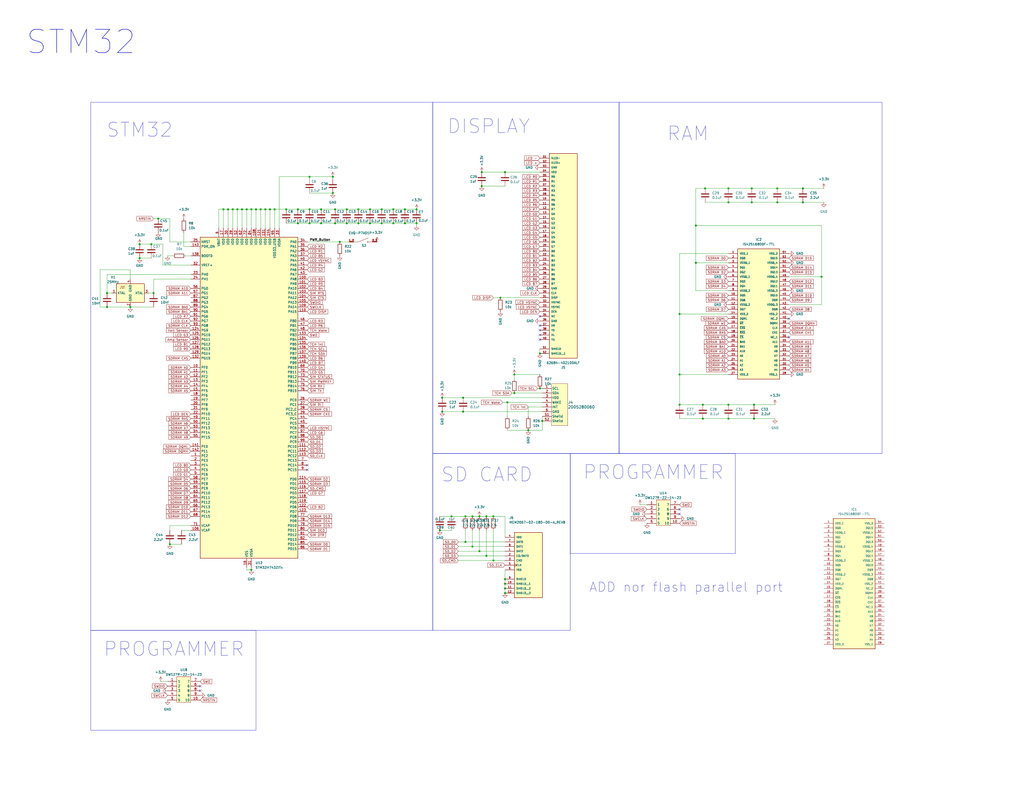
<source format=kicad_sch>
(kicad_sch (version 20231120) (generator "eeschema") (generator_version "8.0")
  (paper "C")
  (title_block (title "Phone") (date "2024-12-30") (rev "0.1"))
  (lib_symbols
    (symbol "Custom_footprint:2005280060" (pin_names (offset 0.254))
      (property "Reference" "J" (at 8.89 6.35 0))
      (property "Value" "2005280060" (at 0 0 0))
      (symbol "2005280060_1_1"
        (pin unspecified line (at 0 0 0) (length 5.08) (name "SCL") (number "1"))
        (pin unspecified line (at 0 -2.54 0) (length 5.08) (name "SDA") (number "2"))
        (pin unspecified line (at 0 -5.08 0) (length 5.08) (name "VDD") (number "3"))
        (pin unspecified line (at 0 -7.62 0) (length 5.08) (name "WAKE") (number "4"))
        (pin unspecified line (at 0 -10.16 0) (length 5.08) (name "INT") (number "5"))
        (pin unspecified line (at 0 -12.7 0) (length 5.08) (name "GND") (number "6"))
        (pin unspecified line (at 0 -15.24 0) (length 5.08) (name "Sheild") (number "S1"))
        (pin unspecified line (at 0 -17.78 0) (length 5.08) (name "Sheild") (number "S2"))
      )
      (symbol "2005280060_1_2"
        (pin unspecified line (at 0 0 0) (length 5.08) (name "1") (number "1"))
        (pin unspecified line (at 0 -2.54 0) (length 5.08) (name "2") (number "2"))
        (pin unspecified line (at 0 -5.08 0) (length 5.08) (name "3") (number "3"))
        (pin unspecified line (at 0 -7.62 0) (length 5.08) (name "4") (number "4"))
        (pin unspecified line (at 0 -10.16 0) (length 5.08) (name "5") (number "5"))
        (pin unspecified line (at 0 -12.7 0) (length 5.08) (name "6") (number "6"))
        (pin unspecified line (at 0 -15.24 0) (length 5.08) (name "P1") (number "P1"))
        (pin unspecified line (at 0 -17.78 0) (length 5.08) (name "P2") (number "P2"))
      )
    )
    (symbol "Custom_footprint:62684-402100ALF" (pin_names (offset 1.016))
      (property "Reference" "J1" (at 0 -60.96 0))
      (property "Value" "62684-402100ALF" (at 0 -58.42 0))
      (symbol "62684-402100ALF_0_0"
        (pin passive line (at -12.7 -50.8 0) (length 5.08) (name "SHIELD") (number "S1"))
        (pin passive line (at -12.7 -53.34 0) (length 5.08) (name "SHIELD__1") (number "S2"))
      )
      (symbol "62684-402100ALF_1_0"
        (pin passive line (at -12.7 53.34 0) (length 5.08) (name "VLED-") (number "01"))
        (pin passive line (at -12.7 50.8 0) (length 5.08) (name "VLED+") (number "02"))
        (pin passive line (at -12.7 48.26 0) (length 5.08) (name "GND") (number "03"))
        (pin passive line (at -12.7 45.72 0) (length 5.08) (name "VDD") (number "04"))
        (pin passive line (at -12.7 43.18 0) (length 5.08) (name "R0") (number "05"))
        (pin passive line (at -12.7 40.64 0) (length 5.08) (name "R1") (number "06"))
        (pin passive line (at -12.7 38.1 0) (length 5.08) (name "R2") (number "07"))
        (pin passive line (at -12.7 35.56 0) (length 5.08) (name "R3") (number "08"))
        (pin passive line (at -12.7 33.02 0) (length 5.08) (name "R4") (number "09"))
        (pin passive line (at -12.7 30.48 0) (length 5.08) (name "R5") (number "10"))
        (pin passive line (at -12.7 27.94 0) (length 5.08) (name "R6") (number "11"))
        (pin passive line (at -12.7 25.4 0) (length 5.08) (name "R7") (number "12"))
        (pin passive line (at -12.7 22.86 0) (length 5.08) (name "G0") (number "13"))
        (pin passive line (at -12.7 20.32 0) (length 5.08) (name "G1") (number "14"))
        (pin passive line (at -12.7 17.78 0) (length 5.08) (name "G2") (number "15"))
        (pin passive line (at -12.7 15.24 0) (length 5.08) (name "G3") (number "16"))
        (pin passive line (at -12.7 12.7 0) (length 5.08) (name "G4") (number "17"))
        (pin passive line (at -12.7 10.16 0) (length 5.08) (name "G5") (number "18"))
        (pin passive line (at -12.7 7.62 0) (length 5.08) (name "G6") (number "19"))
        (pin passive line (at -12.7 5.08 0) (length 5.08) (name "G7") (number "20"))
        (pin passive line (at -12.7 2.54 0) (length 5.08) (name "B0") (number "21"))
        (pin passive line (at -12.7 0 0) (length 5.08) (name "B1") (number "22"))
        (pin passive line (at -12.7 -2.54 0) (length 5.08) (name "B2") (number "23"))
        (pin passive line (at -12.7 -5.08 0) (length 5.08) (name "B3") (number "24"))
        (pin passive line (at -12.7 -7.62 0) (length 5.08) (name "B4") (number "25"))
        (pin passive line (at -12.7 -10.16 0) (length 5.08) (name "B5") (number "26"))
        (pin passive line (at -12.7 -12.7 0) (length 5.08) (name "B6") (number "27"))
        (pin passive line (at -12.7 -15.24 0) (length 5.08) (name "B7") (number "28"))
        (pin passive line (at -12.7 -17.78 0) (length 5.08) (name "GND") (number "29"))
        (pin passive line (at -12.7 -20.32 0) (length 5.08) (name "CLK") (number "30"))
        (pin passive line (at -12.7 -22.86 0) (length 5.08) (name "DISP") (number "31"))
        (pin passive line (at -12.7 -25.4 0) (length 5.08) (name "HSYNC") (number "32"))
        (pin passive line (at -12.7 -27.94 0) (length 5.08) (name "VSYNC") (number "33"))
        (pin passive line (at -12.7 -30.48 0) (length 5.08) (name "DEN") (number "34"))
        (pin passive line (at -12.7 -33.02 0) (length 5.08) (name "NC") (number "35"))
        (pin passive line (at -12.7 -35.56 0) (length 5.08) (name "GND") (number "36"))
        (pin passive line (at -12.7 -38.1 0) (length 5.08) (name "XR") (number "37"))
        (pin passive line (at -12.7 -40.64 0) (length 5.08) (name "YD") (number "38"))
        (pin passive line (at -12.7 -43.18 0) (length 5.08) (name "XL") (number "39"))
        (pin passive line (at -12.7 -45.72 0) (length 5.08) (name "YU") (number "40"))
      )
    )
    (symbol "Custom_footprint:EVQ-P7A01P" (pin_names (offset 1.016))
      (property "Reference" "S" (at -2.54 2.54 0))
      (property "Value" "EVQ-P7A01P" (at -2.54 -2.54 0))
      (symbol "EVQ-P7A01P_0_0"
        (pin passive line (at -7.62 0 0) (length 2.54) (name "~") (number "1_1"))
        (pin passive line (at -7.62 0 0) (length 2.54) (name "~") (number "1_2"))
        (pin passive line (at 7.62 0 180) (length 2.54) (name "~") (number "2_1"))
        (pin passive line (at 7.62 0 180) (length 2.54) (name "~") (number "2_2"))
      )
    )
    (symbol "Custom_footprint:IS42S16800F-7TL" (pin_names (offset 1.016))
      (property "Reference" "IC" (at 29.21 7.62 0))
      (property "Value" "IS42S16800F-7TL" (at 29.21 5.08 0))
      (symbol "IS42S16800F-7TL_0_0"
        (pin bidirectional line (at 0 0 0) (length 5.08) (name "VDD_1") (number "1"))
        (pin bidirectional line (at 0 -22.86 0) (length 5.08) (name "DQ5") (number "10"))
        (pin bidirectional line (at 0 -25.4 0) (length 5.08) (name "DQ6") (number "11"))
        (pin bidirectional line (at 0 -27.94 0) (length 5.08) (name "VSSQ_2") (number "12"))
        (pin bidirectional line (at 0 -30.48 0) (length 5.08) (name "DQ7") (number "13"))
        (pin bidirectional line (at 0 -33.02 0) (length 5.08) (name "VDD_2") (number "14"))
        (pin bidirectional line (at 0 -35.56 0) (length 5.08) (name "DQML") (number "15"))
        (pin bidirectional line (at 0 -38.1 0) (length 5.08) (name "~{WE}") (number "16"))
        (pin bidirectional line (at 0 -40.64 0) (length 5.08) (name "~{CAS}") (number "17"))
        (pin bidirectional line (at 0 -43.18 0) (length 5.08) (name "~{RAS}") (number "18"))
        (pin bidirectional line (at 0 -45.72 0) (length 5.08) (name "~{CS}") (number "19"))
        (pin bidirectional line (at 0 -2.54 0) (length 5.08) (name "DQ0") (number "2"))
        (pin bidirectional line (at 0 -48.26 0) (length 5.08) (name "BA0") (number "20"))
        (pin bidirectional line (at 0 -50.8 0) (length 5.08) (name "BA1") (number "21"))
        (pin bidirectional line (at 0 -53.34 0) (length 5.08) (name "A10") (number "22"))
        (pin bidirectional line (at 0 -55.88 0) (length 5.08) (name "A0") (number "23"))
        (pin bidirectional line (at 0 -58.42 0) (length 5.08) (name "A1") (number "24"))
        (pin bidirectional line (at 0 -60.96 0) (length 5.08) (name "A2") (number "25"))
        (pin bidirectional line (at 0 -63.5 0) (length 5.08) (name "A3") (number "26"))
        (pin bidirectional line (at 0 -66.04 0) (length 5.08) (name "VDD_3") (number "27"))
        (pin bidirectional line (at 33.02 -66.04 180) (length 5.08) (name "VSS_1") (number "28"))
        (pin bidirectional line (at 33.02 -63.5 180) (length 5.08) (name "A4") (number "29"))
        (pin bidirectional line (at 0 -5.08 0) (length 5.08) (name "VDDQ_1") (number "3"))
        (pin bidirectional line (at 33.02 -60.96 180) (length 5.08) (name "A5") (number "30"))
        (pin bidirectional line (at 33.02 -58.42 180) (length 5.08) (name "A6") (number "31"))
        (pin bidirectional line (at 33.02 -55.88 180) (length 5.08) (name "A7") (number "32"))
        (pin bidirectional line (at 33.02 -53.34 180) (length 5.08) (name "A8") (number "33"))
        (pin bidirectional line (at 33.02 -50.8 180) (length 5.08) (name "A9") (number "34"))
        (pin bidirectional line (at 33.02 -48.26 180) (length 5.08) (name "A11") (number "35"))
        (pin bidirectional line (at 33.02 -45.72 180) (length 5.08) (name "NC_1") (number "36"))
        (pin bidirectional line (at 33.02 -43.18 180) (length 5.08) (name "CKE") (number "37"))
        (pin bidirectional line (at 33.02 -40.64 180) (length 5.08) (name "CLK") (number "38"))
        (pin bidirectional line (at 33.02 -38.1 180) (length 5.08) (name "DQMH") (number "39"))
        (pin bidirectional line (at 0 -7.62 0) (length 5.08) (name "DQ1") (number "4"))
        (pin bidirectional line (at 33.02 -35.56 180) (length 5.08) (name "NC_2") (number "40"))
        (pin bidirectional line (at 33.02 -33.02 180) (length 5.08) (name "VSS_2") (number "41"))
        (pin bidirectional line (at 33.02 -30.48 180) (length 5.08) (name "DQ8") (number "42"))
        (pin bidirectional line (at 33.02 -27.94 180) (length 5.08) (name "VDDQ_3") (number "43"))
        (pin bidirectional line (at 33.02 -25.4 180) (length 5.08) (name "DQ9") (number "44"))
        (pin bidirectional line (at 33.02 -22.86 180) (length 5.08) (name "DQ10") (number "45"))
        (pin bidirectional line (at 33.02 -20.32 180) (length 5.08) (name "VSSQ_3") (number "46"))
        (pin bidirectional line (at 33.02 -17.78 180) (length 5.08) (name "DQ11") (number "47"))
        (pin bidirectional line (at 33.02 -15.24 180) (length 5.08) (name "DQ12") (number "48"))
        (pin bidirectional line (at 33.02 -12.7 180) (length 5.08) (name "VDDQ_4") (number "49"))
        (pin bidirectional line (at 0 -10.16 0) (length 5.08) (name "DQ2") (number "5"))
        (pin bidirectional line (at 33.02 -10.16 180) (length 5.08) (name "DQ13") (number "50"))
        (pin bidirectional line (at 33.02 -7.62 180) (length 5.08) (name "DQ14") (number "51"))
        (pin bidirectional line (at 33.02 -5.08 180) (length 5.08) (name "VSSQ_4") (number "52"))
        (pin bidirectional line (at 33.02 -2.54 180) (length 5.08) (name "DQ15") (number "53"))
        (pin bidirectional line (at 33.02 0 180) (length 5.08) (name "VSS_3") (number "54"))
        (pin bidirectional line (at 0 -12.7 0) (length 5.08) (name "VSSQ_1") (number "6"))
        (pin bidirectional line (at 0 -15.24 0) (length 5.08) (name "DQ3") (number "7"))
        (pin bidirectional line (at 0 -17.78 0) (length 5.08) (name "DQ4") (number "8"))
        (pin bidirectional line (at 0 -20.32 0) (length 5.08) (name "VDDQ_2") (number "9"))
      )
    )
    (symbol "Custom_footprint:MEM2067-02-180-00-A_REVB" (pin_names (offset 1.016))
      (property "Reference" "J" (at 0 12.7117 0))
      (property "Value" "MEM2067-02-180-00-A_REVB" (at 0 -25.4026 0))
      (symbol "MEM2067-02-180-00-A_REVB_0_0"
        (pin bidirectional line (at -5.08 2.54 0) (length 5.08) (name "DAT2") (number "1"))
        (pin passive line (at -5.08 -15.24 0) (length 5.08) (name "SHIELD__1") (number "10"))
        (pin passive line (at -5.08 -17.78 0) (length 5.08) (name "SHIELD__2") (number "11"))
        (pin passive line (at -5.08 -20.32 0) (length 5.08) (name "SHIELD__3") (number "12"))
        (pin bidirectional line (at -5.08 0 0) (length 5.08) (name "CD/DAT3") (number "2"))
        (pin bidirectional line (at -5.08 -2.54 0) (length 5.08) (name "CMD") (number "3"))
        (pin power_in line (at -5.08 10.16 0) (length 5.08) (name "VDD") (number "4"))
        (pin bidirectional clock (at -5.08 -5.08 0) (length 5.08) (name "CLK") (number "5"))
        (pin power_in line (at -5.08 -7.62 0) (length 5.08) (name "VSS") (number "6"))
        (pin bidirectional line (at -5.08 7.62 0) (length 5.08) (name "DAT0") (number "7"))
        (pin bidirectional line (at -5.08 5.08 0) (length 5.08) (name "DAT1") (number "8"))
        (pin passive line (at -5.08 -12.7 0) (length 5.08) (name "SHIELD") (number "9"))
      )
    )
    (symbol "Custom_footprint:STLink"
      (property "Reference" "U" (at -0.254 -7.112 0))
      (symbol "STLink_0_1"
        (pin unspecified line (at -8.89 6.35 0) (length 5.08) (name "1") (number "1"))
        (pin unspecified line (at -8.89 3.81 0) (length 5.08) (name "2") (number "2"))
        (pin unspecified line (at -8.89 1.27 0) (length 5.08) (name "3") (number "3"))
        (pin unspecified line (at -8.89 -1.27 0) (length 5.08) (name "4") (number "4"))
        (pin unspecified line (at -8.89 -3.81 0) (length 5.08) (name "5") (number "5"))
        (pin unspecified line (at 8.89 3.81 180) (length 5.08) (name "6") (number "6"))
        (pin unspecified line (at 8.89 6.35 180) (length 5.08) (name "7") (number "7"))
        (pin unspecified line (at 8.89 1.27 180) (length 5.08) (name "8") (number "8"))
      )
      (symbol "STLink_1_1"
        (pin unspecified line (at 8.89 -3.81 180) (length 5.08) (name "10") (number "10"))
        (pin unspecified line (at 8.89 -1.27 180) (length 5.08) (name "9") (number "9"))
      )
    )
    (symbol "Device:C" (pin_numbers hide) (pin_names (offset 0.254))
      (property "Reference" "C" (at 0.635 2.54 0))
      (property "Value" "C" (at 0.635 -2.54 0))
      (symbol "C_1_1"
        (pin passive line (at 0 3.81 270) (length 2.794) (name "~") (number "1"))
        (pin passive line (at 0 -3.81 90) (length 2.794) (name "~") (number "2"))
      )
    )
    (symbol "Device:R" (pin_numbers hide) (pin_names (offset 0))
      (property "Reference" "R" (at 2.032 0 90))
      (property "Value" "R" (at 0 0 90))
      (symbol "R_1_1"
        (pin passive line (at 0 3.81 270) (length 1.27) (name "~") (number "1"))
        (pin passive line (at 0 -3.81 90) (length 1.27) (name "~") (number "2"))
      )
    )
    (symbol "MCU_ST_STM32H7:STM32H743ZITx"
      (property "Reference" "U" (at -25.4 90.17 0))
      (property "Value" "STM32H743ZITx" (at 20.32 90.17 0))
      (symbol "STM32H743ZITx_1_1"
        (pin bidirectional line (at -30.48 -30.48 0) (length 5.08) (name "PE2") (number "1"))
        (pin bidirectional line (at -30.48 17.78 0) (length 5.08) (name "PF0") (number "10"))
        (pin bidirectional line (at 33.02 66.04 180) (length 5.08) (name "PA8") (number "100"))
        (pin bidirectional line (at 33.02 63.5 180) (length 5.08) (name "PA9") (number "101"))
        (pin bidirectional line (at 33.02 60.96 180) (length 5.08) (name "PA10") (number "102"))
        (pin bidirectional line (at 33.02 58.42 180) (length 5.08) (name "PA11") (number "103"))
        (pin bidirectional line (at 33.02 55.88 180) (length 5.08) (name "PA12") (number "104"))
        (pin bidirectional line (at 33.02 53.34 180) (length 5.08) (name "PA13") (number "105"))
        (pin power_out line (at -30.48 -71.12 0) (length 5.08) (name "VCAP") (number "106"))
        (pin passive line (at 0 -91.44 90) (length 5.08) hide (name "VSS") (number "107"))
        (pin power_in line (at 5.08 93.98 270) (length 5.08) (name "VDD") (number "108"))
        (pin bidirectional line (at 33.02 50.8 180) (length 5.08) (name "PA14") (number "109"))
        (pin bidirectional line (at -30.48 15.24 0) (length 5.08) (name "PF1") (number "11"))
        (pin bidirectional line (at 33.02 48.26 180) (length 5.08) (name "PA15") (number "110"))
        (pin bidirectional line (at 33.02 -25.4 180) (length 5.08) (name "PC10") (number "111"))
        (pin bidirectional line (at 33.02 -27.94 180) (length 5.08) (name "PC11") (number "112"))
        (pin bidirectional line (at 33.02 -30.48 180) (length 5.08) (name "PC12") (number "113"))
        (pin bidirectional line (at 33.02 -43.18 180) (length 5.08) (name "PD0") (number "114"))
        (pin bidirectional line (at 33.02 -45.72 180) (length 5.08) (name "PD1") (number "115"))
        (pin bidirectional line (at 33.02 -48.26 180) (length 5.08) (name "PD2") (number "116"))
        (pin bidirectional line (at 33.02 -50.8 180) (length 5.08) (name "PD3") (number "117"))
        (pin bidirectional line (at 33.02 -53.34 180) (length 5.08) (name "PD4") (number "118"))
        (pin bidirectional line (at 33.02 -55.88 180) (length 5.08) (name "PD5") (number "119"))
        (pin bidirectional line (at -30.48 12.7 0) (length 5.08) (name "PF2") (number "12"))
        (pin passive line (at 0 -91.44 90) (length 5.08) hide (name "VSS") (number "120"))
        (pin power_in line (at 7.62 93.98 270) (length 5.08) (name "VDD") (number "121"))
        (pin bidirectional line (at 33.02 -58.42 180) (length 5.08) (name "PD6") (number "122"))
        (pin bidirectional line (at 33.02 -60.96 180) (length 5.08) (name "PD7") (number "123"))
        (pin bidirectional line (at -30.48 38.1 0) (length 5.08) (name "PG9") (number "124"))
        (pin bidirectional line (at -30.48 35.56 0) (length 5.08) (name "PG10") (number "125"))
        (pin bidirectional line (at -30.48 33.02 0) (length 5.08) (name "PG11") (number "126"))
        (pin bidirectional line (at -30.48 30.48 0) (length 5.08) (name "PG12") (number "127"))
        (pin bidirectional line (at -30.48 27.94 0) (length 5.08) (name "PG13") (number "128"))
        (pin bidirectional line (at -30.48 25.4 0) (length 5.08) (name "PG14") (number "129"))
        (pin bidirectional line (at -30.48 10.16 0) (length 5.08) (name "PF3") (number "13"))
        (pin passive line (at 0 -91.44 90) (length 5.08) hide (name "VSS") (number "130"))
        (pin power_in line (at 10.16 93.98 270) (length 5.08) (name "VDD") (number "131"))
        (pin bidirectional line (at -30.48 22.86 0) (length 5.08) (name "PG15") (number "132"))
        (pin bidirectional line (at 33.02 35.56 180) (length 5.08) (name "PB3") (number "133"))
        (pin bidirectional line (at 33.02 33.02 180) (length 5.08) (name "PB4") (number "134"))
        (pin bidirectional line (at 33.02 30.48 180) (length 5.08) (name "PB5") (number "135"))
        (pin bidirectional line (at 33.02 27.94 180) (length 5.08) (name "PB6") (number "136"))
        (pin bidirectional line (at 33.02 25.4 180) (length 5.08) (name "PB7") (number "137"))
        (pin input line (at -30.48 78.74 0) (length 5.08) (name "BOOT0") (number "138"))
        (pin bidirectional line (at 33.02 22.86 180) (length 5.08) (name "PB8") (number "139"))
        (pin bidirectional line (at -30.48 7.62 0) (length 5.08) (name "PF4") (number "14"))
        (pin bidirectional line (at 33.02 20.32 180) (length 5.08) (name "PB9") (number "140"))
        (pin bidirectional line (at -30.48 -25.4 0) (length 5.08) (name "PE0") (number "141"))
        (pin bidirectional line (at -30.48 -27.94 0) (length 5.08) (name "PE1") (number "142"))
        (pin input line (at -30.48 83.82 0) (length 5.08) (name "PDR_ON") (number "143"))
        (pin power_in line (at 12.7 93.98 270) (length 5.08) (name "VDD") (number "144"))
        (pin bidirectional line (at -30.48 5.08 0) (length 5.08) (name "PF5") (number "15"))
        (pin power_in line (at 0 -91.44 90) (length 5.08) (name "VSS") (number "16"))
        (pin power_in line (at -12.7 93.98 270) (length 5.08) (name "VDD") (number "17"))
        (pin bidirectional line (at -30.48 2.54 0) (length 5.08) (name "PF6") (number "18"))
        (pin bidirectional line (at -30.48 0 0) (length 5.08) (name "PF7") (number "19"))
        (pin bidirectional line (at -30.48 -33.02 0) (length 5.08) (name "PE3") (number "2"))
        (pin bidirectional line (at -30.48 -2.54 0) (length 5.08) (name "PF8") (number "20"))
        (pin bidirectional line (at -30.48 -5.08 0) (length 5.08) (name "PF9") (number "21"))
        (pin bidirectional line (at -30.48 -7.62 0) (length 5.08) (name "PF10") (number "22"))
        (pin bidirectional line (at -30.48 68.58 0) (length 5.08) (name "PH0") (number "23"))
        (pin bidirectional line (at -30.48 66.04 0) (length 5.08) (name "PH1") (number "24"))
        (pin input line (at -30.48 86.36 0) (length 5.08) (name "NRST") (number "25"))
        (pin bidirectional line (at 33.02 0 180) (length 5.08) (name "PC0") (number "26"))
        (pin bidirectional line (at 33.02 -2.54 180) (length 5.08) (name "PC1") (number "27"))
        (pin bidirectional line (at 33.02 -5.08 180) (length 5.08) (name "PC2_C") (number "28"))
        (pin bidirectional line (at 33.02 -7.62 180) (length 5.08) (name "PC3_C") (number "29"))
        (pin bidirectional line (at -30.48 -35.56 0) (length 5.08) (name "PE4") (number "3"))
        (pin power_in line (at -10.16 93.98 270) (length 5.08) (name "VDD") (number "30"))
        (pin power_in line (at 2.54 -91.44 90) (length 5.08) (name "VSSA") (number "31"))
        (pin input line (at -30.48 73.66 0) (length 5.08) (name "VREF+") (number "32"))
        (pin power_in line (at 17.78 93.98 270) (length 5.08) (name "VDDA") (number "33"))
        (pin bidirectional line (at 33.02 86.36 180) (length 5.08) (name "PA0") (number "34"))
        (pin bidirectional line (at 33.02 83.82 180) (length 5.08) (name "PA1") (number "35"))
        (pin bidirectional line (at 33.02 81.28 180) (length 5.08) (name "PA2") (number "36"))
        (pin bidirectional line (at 33.02 78.74 180) (length 5.08) (name "PA3") (number "37"))
        (pin passive line (at 0 -91.44 90) (length 5.08) hide (name "VSS") (number "38"))
        (pin power_in line (at -7.62 93.98 270) (length 5.08) (name "VDD") (number "39"))
        (pin bidirectional line (at -30.48 -38.1 0) (length 5.08) (name "PE5") (number "4"))
        (pin bidirectional line (at 33.02 76.2 180) (length 5.08) (name "PA4") (number "40"))
        (pin bidirectional line (at 33.02 73.66 180) (length 5.08) (name "PA5") (number "41"))
        (pin bidirectional line (at 33.02 71.12 180) (length 5.08) (name "PA6") (number "42"))
        (pin bidirectional line (at 33.02 68.58 180) (length 5.08) (name "PA7") (number "43"))
        (pin bidirectional line (at 33.02 -10.16 180) (length 5.08) (name "PC4") (number "44"))
        (pin bidirectional line (at 33.02 -12.7 180) (length 5.08) (name "PC5") (number "45"))
        (pin bidirectional line (at 33.02 43.18 180) (length 5.08) (name "PB0") (number "46"))
        (pin bidirectional line (at 33.02 40.64 180) (length 5.08) (name "PB1") (number "47"))
        (pin bidirectional line (at 33.02 38.1 180) (length 5.08) (name "PB2") (number "48"))
        (pin bidirectional line (at -30.48 -10.16 0) (length 5.08) (name "PF11") (number "49"))
        (pin bidirectional line (at -30.48 -40.64 0) (length 5.08) (name "PE6") (number "5"))
        (pin bidirectional line (at -30.48 -12.7 0) (length 5.08) (name "PF12") (number "50"))
        (pin passive line (at 0 -91.44 90) (length 5.08) hide (name "VSS") (number "51"))
        (pin power_in line (at -5.08 93.98 270) (length 5.08) (name "VDD") (number "52"))
        (pin bidirectional line (at -30.48 -15.24 0) (length 5.08) (name "PF13") (number "53"))
        (pin bidirectional line (at -30.48 -17.78 0) (length 5.08) (name "PF14") (number "54"))
        (pin bidirectional line (at -30.48 -20.32 0) (length 5.08) (name "PF15") (number "55"))
        (pin bidirectional line (at -30.48 60.96 0) (length 5.08) (name "PG0") (number "56"))
        (pin bidirectional line (at -30.48 58.42 0) (length 5.08) (name "PG1") (number "57"))
        (pin bidirectional line (at -30.48 -43.18 0) (length 5.08) (name "PE7") (number "58"))
        (pin bidirectional line (at -30.48 -45.72 0) (length 5.08) (name "PE8") (number "59"))
        (pin power_in line (at -15.24 93.98 270) (length 5.08) (name "VBAT") (number "6"))
        (pin bidirectional line (at -30.48 -48.26 0) (length 5.08) (name "PE9") (number "60"))
        (pin passive line (at 0 -91.44 90) (length 5.08) hide (name "VSS") (number "61"))
        (pin power_in line (at -2.54 93.98 270) (length 5.08) (name "VDD") (number "62"))
        (pin bidirectional line (at -30.48 -50.8 0) (length 5.08) (name "PE10") (number "63"))
        (pin bidirectional line (at -30.48 -53.34 0) (length 5.08) (name "PE11") (number "64"))
        (pin bidirectional line (at -30.48 -55.88 0) (length 5.08) (name "PE12") (number "65"))
        (pin bidirectional line (at -30.48 -58.42 0) (length 5.08) (name "PE13") (number "66"))
        (pin bidirectional line (at -30.48 -60.96 0) (length 5.08) (name "PE14") (number "67"))
        (pin bidirectional line (at -30.48 -63.5 0) (length 5.08) (name "PE15") (number "68"))
        (pin bidirectional line (at 33.02 17.78 180) (length 5.08) (name "PB10") (number "69"))
        (pin bidirectional line (at 33.02 -33.02 180) (length 5.08) (name "PC13") (number "7"))
        (pin bidirectional line (at 33.02 15.24 180) (length 5.08) (name "PB11") (number "70"))
        (pin power_out line (at -30.48 -68.58 0) (length 5.08) (name "VCAP") (number "71"))
        (pin power_in line (at 0 93.98 270) (length 5.08) (name "VDD") (number "72"))
        (pin bidirectional line (at 33.02 12.7 180) (length 5.08) (name "PB12") (number "73"))
        (pin bidirectional line (at 33.02 10.16 180) (length 5.08) (name "PB13") (number "74"))
        (pin bidirectional line (at 33.02 7.62 180) (length 5.08) (name "PB14") (number "75"))
        (pin bidirectional line (at 33.02 5.08 180) (length 5.08) (name "PB15") (number "76"))
        (pin bidirectional line (at 33.02 -63.5 180) (length 5.08) (name "PD8") (number "77"))
        (pin bidirectional line (at 33.02 -66.04 180) (length 5.08) (name "PD9") (number "78"))
        (pin bidirectional line (at 33.02 -68.58 180) (length 5.08) (name "PD10") (number "79"))
        (pin bidirectional line (at 33.02 -35.56 180) (length 5.08) (name "PC14") (number "8"))
        (pin bidirectional line (at 33.02 -71.12 180) (length 5.08) (name "PD11") (number "80"))
        (pin bidirectional line (at 33.02 -73.66 180) (length 5.08) (name "PD12") (number "81"))
        (pin bidirectional line (at 33.02 -76.2 180) (length 5.08) (name "PD13") (number "82"))
        (pin passive line (at 0 -91.44 90) (length 5.08) hide (name "VSS") (number "83"))
        (pin power_in line (at 2.54 93.98 270) (length 5.08) (name "VDD") (number "84"))
        (pin bidirectional line (at 33.02 -78.74 180) (length 5.08) (name "PD14") (number "85"))
        (pin bidirectional line (at 33.02 -81.28 180) (length 5.08) (name "PD15") (number "86"))
        (pin bidirectional line (at -30.48 55.88 0) (length 5.08) (name "PG2") (number "87"))
        (pin bidirectional line (at -30.48 53.34 0) (length 5.08) (name "PG3") (number "88"))
        (pin bidirectional line (at -30.48 50.8 0) (length 5.08) (name "PG4") (number "89"))
        (pin bidirectional line (at 33.02 -38.1 180) (length 5.08) (name "PC15") (number "9"))
        (pin bidirectional line (at -30.48 48.26 0) (length 5.08) (name "PG5") (number "90"))
        (pin bidirectional line (at -30.48 45.72 0) (length 5.08) (name "PG6") (number "91"))
        (pin bidirectional line (at -30.48 43.18 0) (length 5.08) (name "PG7") (number "92"))
        (pin bidirectional line (at -30.48 40.64 0) (length 5.08) (name "PG8") (number "93"))
        (pin passive line (at 0 -91.44 90) (length 5.08) hide (name "VSS") (number "94"))
        (pin power_in line (at 15.24 93.98 270) (length 5.08) (name "VDD33_USB") (number "95"))
        (pin bidirectional line (at 33.02 -15.24 180) (length 5.08) (name "PC6") (number "96"))
        (pin bidirectional line (at 33.02 -17.78 180) (length 5.08) (name "PC7") (number "97"))
        (pin bidirectional line (at 33.02 -20.32 180) (length 5.08) (name "PC8") (number "98"))
        (pin bidirectional line (at 33.02 -22.86 180) (length 5.08) (name "PC9") (number "99"))
      )
    )
    (symbol "Oscillator:ASCO"
      (property "Reference" "X1" (at 11.43 6.3186 0))
      (property "Value" "25MHz" (at 11.43 3.7786 0))
      (symbol "ASCO_1_1"
        (pin bidirectional line (at -10.16 0 0) (length 2.54) (name "XTAL") (number "1"))
        (pin power_in line (at 0 -7.62 90) (length 2.54) (name "GND") (number "2"))
        (pin bidirectional line (at 10.16 0 180) (length 2.54) (name "XTAL") (number "3"))
        (pin power_in line (at 0 7.62 270) (length 2.54) (name "GND") (number "4"))
      )
    )
    (symbol "power:+3.3V" (power) (pin_numbers hide) (pin_names (offset 0) hide)
      (property "Value" "+3.3V" (at 0 3.556 0))
      (symbol "+3.3V_1_1"
        (pin power_in line (at 0 0 90) (length 0) (name "~") (number "1"))
      )
    )
    (symbol "power:GND" (power) (pin_numbers hide) (pin_names (offset 0) hide)
      (property "Value" "GND" (at 0 -3.81 0))
      (symbol "GND_1_1"
        (pin power_in line (at 0 0 270) (length 0) (name "~") (number "1"))
      )
    )
  )
  (junction (at 162.56 121.92))
  (junction (at 438.15 102.87))
  (junction (at 265.43 303.53))
  (junction (at 189.23 121.92))
  (junction (at 162.56 114.3))
  (junction (at 132.08 114.3))
  (junction (at 137.16 311.15))
  (junction (at 86.36 119.38))
  (junction (at 410.21 110.49))
  (junction (at 275.59 321.31))
  (junction (at 262.89 101.6))
  (junction (at 240.03 289.56))
  (junction (at 383.54 228.6))
  (junction (at 214.63 114.3))
  (junction (at 195.58 121.92))
  (junction (at 208.28 114.3))
  (junction (at 142.24 114.3))
  (junction (at 201.93 121.92))
  (junction (at 397.51 102.87))
  (junction (at 241.3 224.79))
  (junction (at 121.92 114.3))
  (junction (at 397.51 110.49))
  (junction (at 411.48 228.6))
  (junction (at 424.18 102.87))
  (junction (at 370.84 171.45))
  (junction (at 424.18 110.49))
  (junction (at 168.91 121.92))
  (junction (at 280.67 214.63))
  (junction (at 124.46 114.3))
  (junction (at 182.88 121.92))
  (junction (at 137.16 114.3))
  (junction (at 257.81 298.45))
  (junction (at 149.86 114.3))
  (junction (at 397.51 220.98))
  (junction (at 410.21 102.87))
  (junction (at 129.54 114.3))
  (junction (at 397.51 228.6))
  (junction (at 201.93 114.3))
  (junction (at 269.24 281.94))
  (junction (at 189.23 114.3))
  (junction (at 280.67 204.47))
  (junction (at 181.61 96.52))
  (junction (at 252.73 224.79))
  (junction (at 83.82 160.02))
  (junction (at 265.43 281.94))
  (junction (at 92.71 297.18))
  (junction (at 175.26 114.3))
  (junction (at 275.59 318.77))
  (junction (at 58.42 160.02))
  (junction (at 379.73 123.19))
  (junction (at 147.32 114.3))
  (junction (at 275.59 93.98))
  (junction (at 411.48 220.98))
  (junction (at 134.62 114.3))
  (junction (at 182.88 114.3))
  (junction (at 269.24 306.07))
  (junction (at 71.12 167.64))
  (junction (at 181.61 105.41))
  (junction (at 370.84 220.98))
  (junction (at 220.98 114.3))
  (junction (at 254 281.94))
  (junction (at 175.26 121.92))
  (junction (at 76.2 133.35))
  (junction (at 384.81 102.87))
  (junction (at 168.91 96.52))
  (junction (at 208.28 121.92))
  (junction (at 275.59 323.85))
  (junction (at 241.3 217.17))
  (junction (at 383.54 220.98))
  (junction (at 227.33 114.3))
  (junction (at 254 295.91))
  (junction (at 139.7 114.3))
  (junction (at 294.64 193.04))
  (junction (at 370.84 204.47))
  (junction (at 246.38 281.94))
  (junction (at 127 114.3))
  (junction (at 257.81 281.94))
  (junction (at 261.62 281.94))
  (junction (at 195.58 114.3))
  (junction (at 379.73 143.51))
  (junction (at 144.78 114.3))
  (junction (at 262.89 93.98))
  (junction (at 273.05 162.56))
  (junction (at 252.73 217.17))
  (junction (at 214.63 121.92))
  (junction (at 58.42 167.64))
  (junction (at 288.29 234.95))
  (junction (at 220.98 121.92))
  (junction (at 261.62 300.99))
  (junction (at 276.86 219.71))
  (junction (at 227.33 121.92))
  (junction (at 76.2 140.97))
  (junction (at 185.42 132.08))
  (junction (at 168.91 114.3))
  (junction (at 275.59 316.23))
  (junction (at 295.91 229.87))
  (junction (at 448.31 151.13))
  (junction (at 156.21 114.3))
  (junction (at 82.55 133.35))
  (junction (at 438.15 110.49))
  (junction (at 294.64 212.09))
  (no_connect (at 167.64 256.54))
  (no_connect (at 167.64 254))
  (no_connect (at 109.22 374.65))
  (no_connect (at 109.22 377.19))
  (no_connect (at 294.64 185.42))
  (no_connect (at 294.64 182.88))
  (no_connect (at 294.64 180.34))
  (no_connect (at 430.53 184.15))
  (no_connect (at 370.84 280.67))
  (no_connect (at 294.64 172.72))
  (no_connect (at 430.53 173.99))
  (no_connect (at 370.84 278.13))
  (no_connect (at 294.64 177.8))
  (wire (pts (xy 275.59 316.23) (xy 275.59 318.77)))
  (wire (pts (xy 370.84 204.47) (xy 370.84 220.98)))
  (wire (pts (xy 379.73 123.19) (xy 448.31 123.19)))
  (wire (pts (xy 76.2 140.97) (xy 82.55 140.97)))
  (wire (pts (xy 383.54 220.98) (xy 397.51 220.98)))
  (wire (pts (xy 149.86 114.3) (xy 149.86 124.46)))
  (wire (pts (xy 227.33 121.92) (xy 220.98 121.92)))
  (wire (pts (xy 54.61 167.64) (xy 58.42 167.64)))
  (wire (pts (xy 288.29 222.25) (xy 288.29 227.33)))
  (wire (pts (xy 132.08 114.3) (xy 129.54 114.3)))
  (wire (pts (xy 252.73 224.79) (xy 295.91 224.79)))
  (wire (pts (xy 152.4 96.52) (xy 168.91 96.52)))
  (wire (pts (xy 168.91 121.92) (xy 175.26 121.92)))
  (wire (pts (xy 168.91 105.41) (xy 181.61 105.41)))
  (wire (pts (xy 250.19 298.45) (xy 257.81 298.45)))
  (wire (pts (xy 144.78 114.3) (xy 144.78 124.46)))
  (wire (pts (xy 71.12 167.64) (xy 83.82 167.64)))
  (wire (pts (xy 276.86 219.71) (xy 276.86 227.33)))
  (wire (pts (xy 134.62 309.88) (xy 134.62 311.15)))
  (wire (pts (xy 379.73 158.75) (xy 379.73 143.51)))
  (wire (pts (xy 261.62 281.94) (xy 265.43 281.94)))
  (wire (pts (xy 189.23 114.3) (xy 195.58 114.3)))
  (wire (pts (xy 87.63 372.11) (xy 91.44 372.11)))
  (wire (pts (xy 147.32 114.3) (xy 144.78 114.3)))
  (wire (pts (xy 54.61 147.32) (xy 54.61 167.64)))
  (wire (pts (xy 265.43 303.53) (xy 275.59 303.53)))
  (wire (pts (xy 383.54 228.6) (xy 397.51 228.6)))
  (wire (pts (xy 92.71 287.02) (xy 92.71 289.56)))
  (wire (pts (xy 349.25 275.59) (xy 353.06 275.59)))
  (wire (pts (xy 276.86 219.71) (xy 295.91 219.71)))
  (wire (pts (xy 370.84 138.43) (xy 397.51 138.43)))
  (wire (pts (xy 156.21 114.3) (xy 162.56 114.3)))
  (wire (pts (xy 410.21 110.49) (xy 424.18 110.49)))
  (wire (pts (xy 411.48 220.98) (xy 422.91 220.98)))
  (wire (pts (xy 257.81 281.94) (xy 261.62 281.94)))
  (wire (pts (xy 384.81 110.49) (xy 397.51 110.49)))
  (wire (pts (xy 175.26 114.3) (xy 182.88 114.3)))
  (wire (pts (xy 379.73 102.87) (xy 384.81 102.87)))
  (wire (pts (xy 275.59 318.77) (xy 275.59 321.31)))
  (wire (pts (xy 88.9 144.78) (xy 104.14 144.78)))
  (wire (pts (xy 142.24 114.3) (xy 144.78 114.3)))
  (wire (pts (xy 280.67 214.63) (xy 295.91 214.63)))
  (wire (pts (xy 275.59 281.94) (xy 275.59 293.37)))
  (wire (pts (xy 58.42 149.86) (xy 104.14 149.86)))
  (wire (pts (xy 273.05 162.56) (xy 294.64 162.56)))
  (wire (pts (xy 288.29 234.95) (xy 295.91 234.95)))
  (wire (pts (xy 397.51 110.49) (xy 410.21 110.49)))
  (wire (pts (xy 214.63 121.92) (xy 220.98 121.92)))
  (wire (pts (xy 254 281.94) (xy 257.81 281.94)))
  (wire (pts (xy 132.08 114.3) (xy 132.08 124.46)))
  (wire (pts (xy 168.91 96.52) (xy 168.91 97.79)))
  (wire (pts (xy 424.18 110.49) (xy 438.15 110.49)))
  (wire (pts (xy 261.62 300.99) (xy 275.59 300.99)))
  (wire (pts (xy 240.03 281.94) (xy 246.38 281.94)))
  (wire (pts (xy 58.42 160.02) (xy 58.42 149.86)))
  (wire (pts (xy 208.28 114.3) (xy 214.63 114.3)))
  (wire (pts (xy 92.71 119.38) (xy 86.36 119.38)))
  (wire (pts (xy 134.62 114.3) (xy 137.16 114.3)))
  (wire (pts (xy 104.14 132.08) (xy 92.71 132.08)))
  (wire (pts (xy 124.46 114.3) (xy 121.92 114.3)))
  (wire (pts (xy 252.73 217.17) (xy 295.91 217.17)))
  (wire (pts (xy 195.58 121.92) (xy 201.93 121.92)))
  (wire (pts (xy 448.31 166.37) (xy 448.31 151.13)))
  (wire (pts (xy 379.73 123.19) (xy 379.73 102.87)))
  (wire (pts (xy 82.55 133.35) (xy 88.9 133.35)))
  (wire (pts (xy 424.18 102.87) (xy 438.15 102.87)))
  (wire (pts (xy 189.23 121.92) (xy 195.58 121.92)))
  (wire (pts (xy 104.14 287.02) (xy 92.71 287.02)))
  (wire (pts (xy 119.38 114.3) (xy 121.92 114.3)))
  (wire (pts (xy 257.81 298.45) (xy 275.59 298.45)))
  (wire (pts (xy 182.88 121.92) (xy 189.23 121.92)))
  (wire (pts (xy 269.24 281.94) (xy 275.59 281.94)))
  (wire (pts (xy 262.89 93.98) (xy 275.59 93.98)))
  (wire (pts (xy 262.89 101.6) (xy 275.59 101.6)))
  (wire (pts (xy 294.64 190.5) (xy 294.64 193.04)))
  (wire (pts (xy 370.84 171.45) (xy 370.84 204.47)))
  (wire (pts (xy 99.06 289.56) (xy 104.14 289.56)))
  (wire (pts (xy 295.91 234.95) (xy 295.91 229.87)))
  (wire (pts (xy 58.42 160.02) (xy 60.96 160.02)))
  (wire (pts (xy 100.33 134.62) (xy 104.14 134.62)))
  (wire (pts (xy 139.7 114.3) (xy 139.7 124.46)))
  (wire (pts (xy 147.32 114.3) (xy 149.86 114.3)))
  (wire (pts (xy 181.61 96.52) (xy 181.61 97.79)))
  (wire (pts (xy 137.16 114.3) (xy 139.7 114.3)))
  (wire (pts (xy 71.12 147.32) (xy 54.61 147.32)))
  (wire (pts (xy 370.84 171.45) (xy 397.51 171.45)))
  (wire (pts (xy 58.42 167.64) (xy 71.12 167.64)))
  (wire (pts (xy 448.31 151.13) (xy 448.31 123.19)))
  (wire (pts (xy 81.28 160.02) (xy 83.82 160.02)))
  (wire (pts (xy 195.58 114.3) (xy 201.93 114.3)))
  (wire (pts (xy 294.64 212.09) (xy 295.91 212.09)))
  (wire (pts (xy 119.38 114.3) (xy 119.38 124.46)))
  (wire (pts (xy 92.71 132.08) (xy 92.71 119.38)))
  (wire (pts (xy 384.81 102.87) (xy 397.51 102.87)))
  (wire (pts (xy 280.67 204.47) (xy 280.67 207.01)))
  (wire (pts (xy 167.64 132.08) (xy 185.42 132.08)))
  (wire (pts (xy 86.36 119.38) (xy 83.82 119.38)))
  (wire (pts (xy 250.19 300.99) (xy 261.62 300.99)))
  (wire (pts (xy 137.16 311.15) (xy 137.16 309.88)))
  (wire (pts (xy 185.42 132.08) (xy 190.5 132.08)))
  (wire (pts (xy 397.51 228.6) (xy 411.48 228.6)))
  (wire (pts (xy 269.24 289.56) (xy 269.24 306.07)))
  (wire (pts (xy 241.3 224.79) (xy 252.73 224.79)))
  (wire (pts (xy 250.19 303.53) (xy 265.43 303.53)))
  (wire (pts (xy 227.33 114.3) (xy 220.98 114.3)))
  (wire (pts (xy 71.12 152.4) (xy 71.12 147.32)))
  (wire (pts (xy 76.2 133.35) (xy 82.55 133.35)))
  (wire (pts (xy 134.62 114.3) (xy 134.62 124.46)))
  (wire (pts (xy 397.51 102.87) (xy 410.21 102.87)))
  (wire (pts (xy 127 114.3) (xy 124.46 114.3)))
  (wire (pts (xy 430.53 166.37) (xy 448.31 166.37)))
  (wire (pts (xy 134.62 311.15) (xy 137.16 311.15)))
  (wire (pts (xy 250.19 295.91) (xy 254 295.91)))
  (wire (pts (xy 246.38 281.94) (xy 254 281.94)))
  (wire (pts (xy 254 295.91) (xy 275.59 295.91)))
  (wire (pts (xy 274.32 219.71) (xy 276.86 219.71)))
  (wire (pts (xy 214.63 114.3) (xy 220.98 114.3)))
  (wire (pts (xy 227.33 123.19) (xy 227.33 121.92)))
  (wire (pts (xy 288.29 222.25) (xy 295.91 222.25)))
  (wire (pts (xy 379.73 158.75) (xy 397.51 158.75)))
  (wire (pts (xy 83.82 152.4) (xy 104.14 152.4)))
  (wire (pts (xy 269.24 162.56) (xy 273.05 162.56)))
  (wire (pts (xy 379.73 143.51) (xy 397.51 143.51)))
  (wire (pts (xy 121.92 114.3) (xy 121.92 124.46)))
  (wire (pts (xy 438.15 102.87) (xy 449.58 102.87)))
  (wire (pts (xy 91.44 139.7) (xy 93.98 139.7)))
  (wire (pts (xy 370.84 138.43) (xy 370.84 171.45)))
  (wire (pts (xy 162.56 114.3) (xy 168.91 114.3)))
  (wire (pts (xy 288.29 234.95) (xy 276.86 234.95)))
  (wire (pts (xy 275.59 311.15) (xy 275.59 316.23)))
  (wire (pts (xy 129.54 114.3) (xy 129.54 124.46)))
  (wire (pts (xy 182.88 114.3) (xy 189.23 114.3)))
  (wire (pts (xy 275.59 321.31) (xy 275.59 323.85)))
  (wire (pts (xy 265.43 289.56) (xy 265.43 303.53)))
  (wire (pts (xy 254 289.56) (xy 254 295.91)))
  (wire (pts (xy 438.15 110.49) (xy 449.58 110.49)))
  (wire (pts (xy 279.4 214.63) (xy 280.67 214.63)))
  (wire (pts (xy 88.9 133.35) (xy 88.9 144.78)))
  (wire (pts (xy 156.21 121.92) (xy 162.56 121.92)))
  (wire (pts (xy 162.56 121.92) (xy 168.91 121.92)))
  (wire (pts (xy 370.84 228.6) (xy 383.54 228.6)))
  (wire (pts (xy 175.26 121.92) (xy 182.88 121.92)))
  (wire (pts (xy 295.91 227.33) (xy 295.91 229.87)))
  (wire (pts (xy 100.33 127) (xy 100.33 134.62)))
  (wire (pts (xy 370.84 204.47) (xy 397.51 204.47)))
  (wire (pts (xy 134.62 114.3) (xy 132.08 114.3)))
  (wire (pts (xy 142.24 114.3) (xy 139.7 114.3)))
  (wire (pts (xy 294.64 204.47) (xy 280.67 204.47)))
  (wire (pts (xy 92.71 297.18) (xy 99.06 297.18)))
  (wire (pts (xy 168.91 114.3) (xy 175.26 114.3)))
  (wire (pts (xy 430.53 151.13) (xy 448.31 151.13)))
  (wire (pts (xy 410.21 102.87) (xy 424.18 102.87)))
  (wire (pts (xy 129.54 114.3) (xy 127 114.3)))
  (wire (pts (xy 152.4 96.52) (xy 152.4 124.46)))
  (wire (pts (xy 101.6 139.7) (xy 104.14 139.7)))
  (wire (pts (xy 397.51 220.98) (xy 411.48 220.98)))
  (wire (pts (xy 142.24 114.3) (xy 142.24 124.46)))
  (wire (pts (xy 83.82 160.02) (xy 83.82 152.4)))
  (wire (pts (xy 208.28 121.92) (xy 214.63 121.92)))
  (wire (pts (xy 261.62 289.56) (xy 261.62 300.99)))
  (wire (pts (xy 124.46 114.3) (xy 124.46 124.46)))
  (wire (pts (xy 137.16 114.3) (xy 137.16 124.46)))
  (wire (pts (xy 127 114.3) (xy 127 124.46)))
  (wire (pts (xy 168.91 96.52) (xy 181.61 96.52)))
  (wire (pts (xy 147.32 114.3) (xy 147.32 124.46)))
  (wire (pts (xy 201.93 121.92) (xy 208.28 121.92)))
  (wire (pts (xy 269.24 306.07) (xy 275.59 306.07)))
  (wire (pts (xy 241.3 217.17) (xy 252.73 217.17)))
  (wire (pts (xy 275.59 93.98) (xy 294.64 93.98)))
  (wire (pts (xy 370.84 220.98) (xy 383.54 220.98)))
  (wire (pts (xy 411.48 228.6) (xy 422.91 228.6)))
  (wire (pts (xy 240.03 289.56) (xy 246.38 289.56)))
  (wire (pts (xy 250.19 306.07) (xy 269.24 306.07)))
  (wire (pts (xy 265.43 281.94) (xy 269.24 281.94)))
  (wire (pts (xy 257.81 289.56) (xy 257.81 298.45)))
  (wire (pts (xy 149.86 114.3) (xy 156.21 114.3)))
  (wire (pts (xy 379.73 143.51) (xy 379.73 123.19)))
  (wire (pts (xy 201.93 114.3) (xy 208.28 114.3)))
  (wire (pts (xy 293.37 212.09) (xy 294.64 212.09)))
  (rectangle (start 337.82 55.88) (end 481.33 247.65))
  (rectangle (start 311.15 247.65) (end 401.32 302.26))
  (rectangle (start 236.22 55.88) (end 337.82 247.65))
  (rectangle (start 49.53 344.17) (end 139.7 398.78))
  (rectangle (start 49.53 55.88) (end 236.22 344.17))
  (rectangle (start 236.22 247.65) (end 311.15 344.17))
  (text "PROGRAMMER" (at 356.616 258.064 0) (effects (font (size 7.62 7.62))))
  (text "DISPLAY" (at 266.7 69.088 0) (effects (font (size 7.62 7.62))))
  (text "RAM" (at 375.412 73.152 0) (effects (font (size 7.62 7.62))))
  (text "STM32" (at 44.196 23.114 0) (effects (font (size 12.7 12.7) (thickness 0.254) (bold yes))))
  (text "ADD nor flash parallel port" (at 374.396 320.802 0) (effects (font (size 5.08 5.08))))
  (text "STM32\n" (at 76.2 71.12 0) (effects (font (size 7.62 7.62))))
  (text "PROGRAMMER" (at 94.996 354.584 0) (effects (font (size 7.62 7.62))))
  (text "SD CARD" (at 265.684 259.334 0) (effects (font (size 7.62 7.62))))
  (label "PWR_Button" (at 168.91 132.08 0) (effects (font (thickness 0.254) (bold yes))))
  (global_label "SIM DCD" (shape input) (at 167.64 289.56 0) (property "Intersheetrefs" "${INTERSHEET_REFS}" (effects (hide yes))))
  (global_label "SDRAM A0" (shape input) (at 397.51 194.31 180) (property "Intersheetrefs" "${INTERSHEET_REFS}" (effects (hide yes))))
  (global_label "LCD HSYNC" (shape input) (at 167.64 233.68 0) (property "Intersheetrefs" "${INTERSHEET_REFS}" (effects (hide yes))))
  (global_label "SDRAM BA1" (shape input) (at 104.14 170.18 180) (property "Intersheetrefs" "${INTERSHEET_REFS}" (effects (hide yes))))
  (global_label "SDRAM A11" (shape input) (at 104.14 160.02 180) (property "Intersheetrefs" "${INTERSHEET_REFS}" (effects (hide yes))))
  (global_label "LCD R3" (shape input) (at 294.64 104.14 180) (property "Intersheetrefs" "${INTERSHEET_REFS}" (effects (hide yes))))
  (global_label "SIM RI" (shape input) (at 167.64 220.98 0) (property "Intersheetrefs" "${INTERSHEET_REFS}" (effects (hide yes))))
  (global_label "SDRAM D12" (shape input) (at 104.14 281.94 180) (property "Intersheetrefs" "${INTERSHEET_REFS}" (effects (hide yes))))
  (global_label "SDRAM D13" (shape input) (at 430.53 148.59 0) (property "Intersheetrefs" "${INTERSHEET_REFS}" (effects (hide yes))))
  (global_label "LCD R4" (shape input) (at 167.64 144.78 0) (property "Intersheetrefs" "${INTERSHEET_REFS}" (effects (hide yes))))
  (global_label "LCD R5" (shape input) (at 167.64 154.94 0) (property "Intersheetrefs" "${INTERSHEET_REFS}" (effects (hide yes))))
  (global_label "LCD R7" (shape input) (at 104.14 172.72 180) (property "Intersheetrefs" "${INTERSHEET_REFS}" (effects (hide yes))))
  (global_label "LCD R6" (shape input) (at 294.64 111.76 180) (property "Intersheetrefs" "${INTERSHEET_REFS}" (effects (hide yes))))
  (global_label "SDRAM D9" (shape input) (at 430.53 163.83 0) (property "Intersheetrefs" "${INTERSHEET_REFS}" (effects (hide yes))))
  (global_label "LCD B3" (shape input) (at 294.64 144.78 180) (property "Intersheetrefs" "${INTERSHEET_REFS}" (effects (hide yes))))
  (global_label "LCD G5" (shape input) (at 294.64 129.54 180) (property "Intersheetrefs" "${INTERSHEET_REFS}" (effects (hide yes))))
  (global_label "SWO" (shape input) (at 109.22 372.11 0) (property "Intersheetrefs" "${INTERSHEET_REFS}" (effects (hide yes))))
  (global_label "SDRAM A1" (shape input) (at 104.14 203.2 180) (property "Intersheetrefs" "${INTERSHEET_REFS}" (effects (hide yes))))
  (global_label "SD_D3" (shape input) (at 167.64 246.38 0) (property "Intersheetrefs" "${INTERSHEET_REFS}" (effects (hide yes))))
  (global_label "SDRAM A4" (shape input) (at 104.14 210.82 180) (property "Intersheetrefs" "${INTERSHEET_REFS}" (effects (hide yes))))
  (global_label "LCD G0" (shape input) (at 104.14 256.54 180) (property "Intersheetrefs" "${INTERSHEET_REFS}" (effects (hide yes))))
  (global_label "SDRAM D12" (shape input) (at 430.53 153.67 0) (property "Intersheetrefs" "${INTERSHEET_REFS}" (effects (hide yes))))
  (global_label "LCD R5" (shape input) (at 294.64 109.22 180) (property "Intersheetrefs" "${INTERSHEET_REFS}" (effects (hide yes))))
  (global_label "SWCLK" (shape input) (at 91.44 379.73 180) (property "Intersheetrefs" "${INTERSHEET_REFS}" (effects (hide yes))))
  (global_label "LCD HSYNC" (shape input) (at 294.64 165.1 180) (property "Intersheetrefs" "${INTERSHEET_REFS}" (effects (hide yes))))
  (global_label "SD_CMD" (shape input) (at 167.64 266.7 0) (property "Intersheetrefs" "${INTERSHEET_REFS}" (effects (hide yes))))
  (global_label "SDRAM CLK" (shape input) (at 430.53 179.07 0) (property "Intersheetrefs" "${INTERSHEET_REFS}" (effects (hide yes))))
  (global_label "LCD R0" (shape input) (at 294.64 96.52 180) (property "Intersheetrefs" "${INTERSHEET_REFS}" (effects (hide yes))))
  (global_label "SIM RX" (shape input) (at 167.64 210.82 0) (property "Intersheetrefs" "${INTERSHEET_REFS}" (effects (hide yes))))
  (global_label "TCH SCL" (shape input) (at 167.64 190.5 0) (property "Intersheetrefs" "${INTERSHEET_REFS}" (effects (hide yes))))
  (global_label "SDRAM A2" (shape input) (at 104.14 205.74 180) (property "Intersheetrefs" "${INTERSHEET_REFS}" (effects (hide yes))))
  (global_label "SWDIO" (shape input) (at 353.06 278.13 180) (property "Intersheetrefs" "${INTERSHEET_REFS}" (effects (hide yes))))
  (global_label "SDRAM A8" (shape input) (at 430.53 191.77 0) (property "Intersheetrefs" "${INTERSHEET_REFS}" (effects (hide yes))))
  (global_label "LCD R4" (shape input) (at 294.64 106.68 180) (property "Intersheetrefs" "${INTERSHEET_REFS}" (effects (hide yes))))
  (global_label "SD_D1" (shape input) (at 167.64 241.3 0) (property "Intersheetrefs" "${INTERSHEET_REFS}" (effects (hide yes))))
  (global_label "SD_D0" (shape input) (at 250.19 295.91 180) (property "Intersheetrefs" "${INTERSHEET_REFS}" (effects (hide yes))))
  (global_label "SDRAM A3" (shape input) (at 104.14 208.28 180) (property "Intersheetrefs" "${INTERSHEET_REFS}" (effects (hide yes))))
  (global_label "NRSTIN" (shape input) (at 370.84 285.75 0) (property "Intersheetrefs" "${INTERSHEET_REFS}" (effects (hide yes))))
  (global_label "SDRAM D10" (shape input) (at 430.53 161.29 0) (property "Intersheetrefs" "${INTERSHEET_REFS}" (effects (hide yes))))
  (global_label "LCD R1" (shape input) (at 294.64 99.06 180) (property "Intersheetrefs" "${INTERSHEET_REFS}" (effects (hide yes))))
  (global_label "SDRAM D5" (shape input) (at 104.14 264.16 180) (property "Intersheetrefs" "${INTERSHEET_REFS}" (effects (hide yes))))
  (global_label "SD_D2" (shape input) (at 250.19 300.99 180) (property "Intersheetrefs" "${INTERSHEET_REFS}" (effects (hide yes))))
  (global_label "SDRAM WE" (shape input) (at 397.51 176.53 180) (property "Intersheetrefs" "${INTERSHEET_REFS}" (effects (hide yes))))
  (global_label "SWCLK" (shape input) (at 353.06 283.21 180) (property "Intersheetrefs" "${INTERSHEET_REFS}" (effects (hide yes))))
  (global_label "SDRAM D2" (shape input) (at 397.51 148.59 180) (property "Intersheetrefs" "${INTERSHEET_REFS}" (effects (hide yes))))
  (global_label "LCD B0" (shape input) (at 104.14 254 180) (property "Intersheetrefs" "${INTERSHEET_REFS}" (effects (hide yes))))
  (global_label "SD_D2" (shape input) (at 167.64 243.84 0) (property "Intersheetrefs" "${INTERSHEET_REFS}" (effects (hide yes))))
  (global_label "TCH SDA" (shape input) (at 279.4 214.63 180) (property "Intersheetrefs" "${INTERSHEET_REFS}" (effects (hide yes))))
  (global_label "SDRAM D6" (shape input) (at 397.51 163.83 180) (property "Intersheetrefs" "${INTERSHEET_REFS}" (effects (hide yes))))
  (global_label "SDRAM WE" (shape input) (at 167.64 218.44 0) (property "Intersheetrefs" "${INTERSHEET_REFS}" (effects (hide yes))))
  (global_label "SWO" (shape input) (at 370.84 275.59 0) (property "Intersheetrefs" "${INTERSHEET_REFS}" (effects (hide yes))))
  (global_label "LCD DISP" (shape input) (at 269.24 162.56 180) (property "Intersheetrefs" "${INTERSHEET_REFS}" (effects (hide yes))))
  (global_label "LCD R0" (shape input) (at 104.14 190.5 180) (property "Intersheetrefs" "${INTERSHEET_REFS}" (effects (hide yes))))
  (global_label "SDRAM D8" (shape input) (at 430.53 168.91 0) (property "Intersheetrefs" "${INTERSHEET_REFS}" (effects (hide yes))))
  (global_label "SDRAM RAS" (shape input) (at 104.14 228.6 180) (property "Intersheetrefs" "${INTERSHEET_REFS}" (effects (hide yes))))
  (global_label "SDRAM A6" (shape input) (at 430.53 196.85 0) (property "Intersheetrefs" "${INTERSHEET_REFS}" (effects (hide yes))))
  (global_label "LCD R2" (shape input) (at 294.64 101.6 180) (property "Intersheetrefs" "${INTERSHEET_REFS}" (effects (hide yes))))
  (global_label "SDRAM DQMH" (shape input) (at 430.53 176.53 0) (property "Intersheetrefs" "${INTERSHEET_REFS}" (effects (hide yes))))
  (global_label "TCH SCL" (shape input) (at 293.37 212.09 180) (property "Intersheetrefs" "${INTERSHEET_REFS}" (effects (hide yes))))
  (global_label "SDRAM A9" (shape input) (at 430.53 189.23 0) (property "Intersheetrefs" "${INTERSHEET_REFS}" (effects (hide yes))))
  (global_label "LCD R3" (shape input) (at 167.64 175.26 0) (property "Intersheetrefs" "${INTERSHEET_REFS}" (effects (hide yes))))
  (global_label "LCD R2" (shape input) (at 167.64 134.62 0) (property "Intersheetrefs" "${INTERSHEET_REFS}" (effects (hide yes))))
  (global_label "SDRAM A7" (shape input) (at 104.14 233.68 180) (property "Intersheetrefs" "${INTERSHEET_REFS}" (effects (hide yes))))
  (global_label "SDRAM DQML" (shape input) (at 397.51 173.99 180) (property "Intersheetrefs" "${INTERSHEET_REFS}" (effects (hide yes))))
  (global_label "SDRAM A2" (shape input) (at 397.51 199.39 180) (property "Intersheetrefs" "${INTERSHEET_REFS}" (effects (hide yes))))
  (global_label "SDRAM A8" (shape input) (at 104.14 236.22 180) (property "Intersheetrefs" "${INTERSHEET_REFS}" (effects (hide yes))))
  (global_label "SDRAM A9" (shape input) (at 104.14 238.76 180) (property "Intersheetrefs" "${INTERSHEET_REFS}" (effects (hide yes))))
  (global_label "SWO" (shape input) (at 167.64 182.88 0) (property "Intersheetrefs" "${INTERSHEET_REFS}" (effects (hide yes))))
  (global_label "SDRAM RAS" (shape input) (at 397.51 181.61 180) (property "Intersheetrefs" "${INTERSHEET_REFS}" (effects (hide yes))))
  (global_label "SD_D1" (shape input) (at 250.19 298.45 180) (property "Intersheetrefs" "${INTERSHEET_REFS}" (effects (hide yes))))
  (global_label "TCH Wake" (shape input) (at 274.32 219.71 180) (property "Intersheetrefs" "${INTERSHEET_REFS}" (effects (hide yes))))
  (global_label "SWDIO" (shape input) (at 91.44 374.65 180) (property "Intersheetrefs" "${INTERSHEET_REFS}" (effects (hide yes))))
  (global_label "LCD G7" (shape input) (at 167.64 269.24 0) (property "Intersheetrefs" "${INTERSHEET_REFS}" (effects (hide yes))))
  (global_label "SIM CTS" (shape input) (at 167.64 162.56 0) (property "Intersheetrefs" "${INTERSHEET_REFS}" (effects (hide yes))))
  (global_label "LCD G5" (shape input) (at 167.64 203.2 0) (property "Intersheetrefs" "${INTERSHEET_REFS}" (effects (hide yes))))
  (global_label "SIM RTS" (shape input) (at 167.64 160.02 0) (property "Intersheetrefs" "${INTERSHEET_REFS}" (effects (hide yes))))
  (global_label "SDRAM D6" (shape input) (at 104.14 266.7 180) (property "Intersheetrefs" "${INTERSHEET_REFS}" (effects (hide yes))))
  (global_label "SDRAM CS" (shape input) (at 397.51 184.15 180) (property "Intersheetrefs" "${INTERSHEET_REFS}" (effects (hide yes))))
  (global_label "LCD G1" (shape input) (at 104.14 259.08 180) (property "Intersheetrefs" "${INTERSHEET_REFS}" (effects (hide yes))))
  (global_label "LCD B3" (shape input) (at 167.64 152.4 0) (property "Intersheetrefs" "${INTERSHEET_REFS}" (effects (hide yes))))
  (global_label "SDRAM D4" (shape input) (at 104.14 261.62 180) (property "Intersheetrefs" "${INTERSHEET_REFS}" (effects (hide yes))))
  (global_label "LCD R1" (shape input) (at 167.64 137.16 0) (property "Intersheetrefs" "${INTERSHEET_REFS}" (effects (hide yes))))
  (global_label "SDRAM A5" (shape input) (at 104.14 213.36 180) (property "Intersheetrefs" "${INTERSHEET_REFS}" (effects (hide yes))))
  (global_label "LCD G2" (shape input) (at 167.64 147.32 0) (property "Intersheetrefs" "${INTERSHEET_REFS}" (effects (hide yes))))
  (global_label "SDRAM D0" (shape input) (at 167.64 297.18 0) (property "Intersheetrefs" "${INTERSHEET_REFS}" (effects (hide yes))))
  (global_label "LCD VSYNC" (shape input) (at 294.64 167.64 180) (property "Intersheetrefs" "${INTERSHEET_REFS}" (effects (hide yes))))
  (global_label "LCD G6" (shape input) (at 167.64 236.22 0) (property "Intersheetrefs" "${INTERSHEET_REFS}" (effects (hide yes))))
  (global_label "SDRAM BA1" (shape input) (at 397.51 189.23 180) (property "Intersheetrefs" "${INTERSHEET_REFS}" (effects (hide yes))))
  (global_label "SD_CLK" (shape input) (at 275.59 308.61 180) (property "Intersheetrefs" "${INTERSHEET_REFS}" (effects (hide yes))))
  (global_label "LCD B4" (shape input) (at 294.64 147.32 180) (property "Intersheetrefs" "${INTERSHEET_REFS}" (effects (hide yes))))
  (global_label "SDRAM D13" (shape input) (at 167.64 281.94 0) (property "Intersheetrefs" "${INTERSHEET_REFS}" (effects (hide yes))))
  (global_label "LCD B5" (shape input) (at 294.64 149.86 180) (property "Intersheetrefs" "${INTERSHEET_REFS}" (effects (hide yes))))
  (global_label "SDRAM D11" (shape input) (at 430.53 156.21 0) (property "Intersheetrefs" "${INTERSHEET_REFS}" (effects (hide yes))))
  (global_label "SIM TX" (shape input) (at 167.64 213.36 0) (property "Intersheetrefs" "${INTERSHEET_REFS}" (effects (hide yes))))
  (global_label "SDRAM CKE" (shape input) (at 430.53 181.61 0) (property "Intersheetrefs" "${INTERSHEET_REFS}" (effects (hide yes))))
  (global_label "Volt Sensor" (shape input) (at 104.14 180.34 180) (property "Intersheetrefs" "${INTERSHEET_REFS}" (effects (hide yes))))
  (global_label "SDRAM D1" (shape input) (at 167.64 299.72 0) (property "Intersheetrefs" "${INTERSHEET_REFS}" (effects (hide yes))))
  (global_label "LCD G3" (shape input) (at 294.64 124.46 180) (property "Intersheetrefs" "${INTERSHEET_REFS}" (effects (hide yes))))
  (global_label "LCD B0" (shape input) (at 294.64 137.16 180) (property "Intersheetrefs" "${INTERSHEET_REFS}" (effects (hide yes))))
  (global_label "LCD B7" (shape input) (at 294.64 154.94 180) (property "Intersheetrefs" "${INTERSHEET_REFS}" (effects (hide yes))))
  (global_label "SDRAM D4" (shape input) (at 397.51 156.21 180) (property "Intersheetrefs" "${INTERSHEET_REFS}" (effects (hide yes))))
  (global_label "SDRAM D0" (shape input) (at 397.51 140.97 180) (property "Intersheetrefs" "${INTERSHEET_REFS}" (effects (hide yes))))
  (global_label "LCD B2" (shape input) (at 167.64 276.86 0) (property "Intersheetrefs" "${INTERSHEET_REFS}" (effects (hide yes))))
  (global_label "LCD G4" (shape input) (at 294.64 127 180) (property "Intersheetrefs" "${INTERSHEET_REFS}" (effects (hide yes))))
  (global_label "NRSTIN" (shape input) (at 83.82 119.38 180) (property "Intersheetrefs" "${INTERSHEET_REFS}" (effects (hide yes))))
  (global_label "SDRAM D3" (shape input) (at 397.51 153.67 180) (property "Intersheetrefs" "${INTERSHEET_REFS}" (effects (hide yes))))
  (global_label "LCD DEN" (shape input) (at 104.14 226.06 180) (property "Intersheetrefs" "${INTERSHEET_REFS}" (effects (hide yes))))
  (global_label "SDRAM D7" (shape input) (at 104.14 269.24 180) (property "Intersheetrefs" "${INTERSHEET_REFS}" (effects (hide yes))))
  (global_label "SDRAM CS" (shape input) (at 167.64 223.52 0) (property "Intersheetrefs" "${INTERSHEET_REFS}" (effects (hide yes))))
  (global_label "SDRAM CKE" (shape input) (at 167.64 226.06 0) (property "Intersheetrefs" "${INTERSHEET_REFS}" (effects (hide yes))))
  (global_label "SDRAM CAS" (shape input) (at 397.51 179.07 180) (property "Intersheetrefs" "${INTERSHEET_REFS}" (effects (hide yes))))
  (global_label "LCD G3" (shape input) (at 104.14 182.88 180) (property "Intersheetrefs" "${INTERSHEET_REFS}" (effects (hide yes))))
  (global_label "SD_D0" (shape input) (at 167.64 238.76 0) (property "Intersheetrefs" "${INTERSHEET_REFS}" (effects (hide yes))))
  (global_label "SDRAM D1" (shape input) (at 397.51 146.05 180) (property "Intersheetrefs" "${INTERSHEET_REFS}" (effects (hide yes))))
  (global_label "LCD R7" (shape input) (at 294.64 114.3 180) (property "Intersheetrefs" "${INTERSHEET_REFS}" (effects (hide yes))))
  (global_label "LCD G4" (shape input) (at 167.64 200.66 0) (property "Intersheetrefs" "${INTERSHEET_REFS}" (effects (hide yes))))
  (global_label "SDRAM A10" (shape input) (at 104.14 157.48 180) (property "Intersheetrefs" "${INTERSHEET_REFS}" (effects (hide yes))))
  (global_label "LCD B7" (shape input) (at 167.64 198.12 0) (property "Intersheetrefs" "${INTERSHEET_REFS}" (effects (hide yes))))
  (global_label "SD_CLK" (shape input) (at 167.64 248.92 0) (property "Intersheetrefs" "${INTERSHEET_REFS}" (effects (hide yes))))
  (global_label "LCD CLK" (shape input) (at 104.14 175.26 180) (property "Intersheetrefs" "${INTERSHEET_REFS}" (effects (hide yes))))
  (global_label "SIM STATUS" (shape input) (at 167.64 205.74 0) (property "Intersheetrefs" "${INTERSHEET_REFS}" (effects (hide yes))))
  (global_label "SDRAM D5" (shape input) (at 397.51 161.29 180) (property "Intersheetrefs" "${INTERSHEET_REFS}" (effects (hide yes))))
  (global_label "SDRAM DQMH" (shape input) (at 104.14 246.38 180) (property "Intersheetrefs" "${INTERSHEET_REFS}" (effects (hide yes))))
  (global_label "SDRAM A7" (shape input) (at 430.53 194.31 0) (property "Intersheetrefs" "${INTERSHEET_REFS}" (effects (hide yes))))
  (global_label "SIM DTR" (shape input) (at 167.64 292.1 0) (property "Intersheetrefs" "${INTERSHEET_REFS}" (effects (hide yes))))
  (global_label "LCD B5" (shape input) (at 167.64 139.7 0) (property "Intersheetrefs" "${INTERSHEET_REFS}" (effects (hide yes))))
  (global_label "SDRAM D3" (shape input) (at 167.64 264.16 0) (property "Intersheetrefs" "${INTERSHEET_REFS}" (effects (hide yes))))
  (global_label "SDRAM D15" (shape input) (at 167.64 287.02 0) (property "Intersheetrefs" "${INTERSHEET_REFS}" (effects (hide yes))))
  (global_label "LCD R6" (shape input) (at 167.64 177.8 0) (property "Intersheetrefs" "${INTERSHEET_REFS}" (effects (hide yes))))
  (global_label "SDRAM DQML" (shape input) (at 104.14 243.84 180) (property "Intersheetrefs" "${INTERSHEET_REFS}" (effects (hide yes))))
  (global_label "SDRAM CAS" (shape input) (at 104.14 195.58 180) (property "Intersheetrefs" "${INTERSHEET_REFS}" (effects (hide yes))))
  (global_label "LCD G1" (shape input) (at 294.64 119.38 180) (property "Intersheetrefs" "${INTERSHEET_REFS}" (effects (hide yes))))
  (global_label "SDRAM A0" (shape input) (at 104.14 200.66 180) (property "Intersheetrefs" "${INTERSHEET_REFS}" (effects (hide yes))))
  (global_label "NRSTIN" (shape input) (at 109.22 382.27 0) (property "Intersheetrefs" "${INTERSHEET_REFS}" (effects (hide yes))))
  (global_label "SDRAM CLK" (shape input) (at 104.14 177.8 180) (property "Intersheetrefs" "${INTERSHEET_REFS}" (effects (hide yes))))
  (global_label "SDRAM D15" (shape input) (at 430.53 140.97 0) (property "Intersheetrefs" "${INTERSHEET_REFS}" (effects (hide yes))))
  (global_label "LED -" (shape input) (at 294.64 86.36 180) (property "Intersheetrefs" "${INTERSHEET_REFS}" (effects (hide yes))))
  (global_label "LCD G2" (shape input) (at 294.64 121.92 180) (property "Intersheetrefs" "${INTERSHEET_REFS}" (effects (hide yes))))
  (global_label "SDRAM D11" (shape input) (at 104.14 279.4 180) (property "Intersheetrefs" "${INTERSHEET_REFS}" (effects (hide yes))))
  (global_label "SDRAM D14" (shape input) (at 167.64 284.48 0) (property "Intersheetrefs" "${INTERSHEET_REFS}" (effects (hide yes))))
  (global_label "SDRAM A1" (shape input) (at 397.51 196.85 180) (property "Intersheetrefs" "${INTERSHEET_REFS}" (effects (hide yes))))
  (global_label "LCD DEN" (shape input) (at 294.64 170.18 180) (property "Intersheetrefs" "${INTERSHEET_REFS}" (effects (hide yes))))
  (global_label "LCD B1" (shape input) (at 104.14 187.96 180) (property "Intersheetrefs" "${INTERSHEET_REFS}" (effects (hide yes))))
  (global_label "LCD B1" (shape input) (at 294.64 139.7 180) (property "Intersheetrefs" "${INTERSHEET_REFS}" (effects (hide yes))))
  (global_label "LCD CLK" (shape input) (at 294.64 160.02 180) (property "Intersheetrefs" "${INTERSHEET_REFS}" (effects (hide yes))))
  (global_label "LCD B4" (shape input) (at 167.64 157.48 0) (property "Intersheetrefs" "${INTERSHEET_REFS}" (effects (hide yes))))
  (global_label "SWCLK" (shape input) (at 167.64 167.64 0) (property "Intersheetrefs" "${INTERSHEET_REFS}" (effects (hide yes))))
  (global_label "LCD G6" (shape input) (at 294.64 132.08 180) (property "Intersheetrefs" "${INTERSHEET_REFS}" (effects (hide yes))))
  (global_label "LCD DISP" (shape input) (at 167.64 170.18 0) (property "Intersheetrefs" "${INTERSHEET_REFS}" (effects (hide yes))))
  (global_label "SDRAM D9" (shape input) (at 104.14 274.32 180) (property "Intersheetrefs" "${INTERSHEET_REFS}" (effects (hide yes))))
  (global_label "SDRAM A11" (shape input) (at 430.53 186.69 0) (property "Intersheetrefs" "${INTERSHEET_REFS}" (effects (hide yes))))
  (global_label "TCH SDA" (shape input) (at 167.64 193.04 0) (property "Intersheetrefs" "${INTERSHEET_REFS}" (effects (hide yes))))
  (global_label "TCH int" (shape input) (at 167.64 187.96 0) (property "Intersheetrefs" "${INTERSHEET_REFS}" (effects (hide yes))))
  (global_label "SDRAM D7" (shape input) (at 397.51 168.91 180) (property "Intersheetrefs" "${INTERSHEET_REFS}" (effects (hide yes))))
  (global_label "SDRAM D10" (shape input) (at 104.14 276.86 180) (property "Intersheetrefs" "${INTERSHEET_REFS}" (effects (hide yes))))
  (global_label "LED +" (shape input) (at 294.64 88.9 180) (property "Intersheetrefs" "${INTERSHEET_REFS}" (effects (hide yes))))
  (global_label "TCH Wake" (shape input) (at 167.64 180.34 0) (property "Intersheetrefs" "${INTERSHEET_REFS}" (effects (hide yes))))
  (global_label "SDRAM A3" (shape input) (at 397.51 201.93 180) (property "Intersheetrefs" "${INTERSHEET_REFS}" (effects (hide yes))))
  (global_label "SDRAM BA0" (shape input) (at 397.51 186.69 180) (property "Intersheetrefs" "${INTERSHEET_REFS}" (effects (hide yes))))
  (global_label "SWDIO" (shape input) (at 167.64 165.1 0) (property "Intersheetrefs" "${INTERSHEET_REFS}" (effects (hide yes))))
  (global_label "SDRAM D8" (shape input) (at 104.14 271.78 180) (property "Intersheetrefs" "${INTERSHEET_REFS}" (effects (hide yes))))
  (global_label "SDRAM BA0" (shape input) (at 104.14 167.64 180) (property "Intersheetrefs" "${INTERSHEET_REFS}" (effects (hide yes))))
  (global_label "SDRAM D14" (shape input) (at 430.53 146.05 0) (property "Intersheetrefs" "${INTERSHEET_REFS}" (effects (hide yes))))
  (global_label "LCD G7" (shape input) (at 294.64 134.62 180) (property "Intersheetrefs" "${INTERSHEET_REFS}" (effects (hide yes))))
  (global_label "LCD VSYNC" (shape input) (at 167.64 142.24 0) (property "Intersheetrefs" "${INTERSHEET_REFS}" (effects (hide yes))))
  (global_label "SDRAM A10" (shape input) (at 397.51 191.77 180) (property "Intersheetrefs" "${INTERSHEET_REFS}" (effects (hide yes))))
  (global_label "SD_D3" (shape input) (at 250.19 303.53 180) (property "Intersheetrefs" "${INTERSHEET_REFS}" (effects (hide yes))))
  (global_label "TCH int" (shape input) (at 288.29 222.25 180) (property "Intersheetrefs" "${INTERSHEET_REFS}" (effects (hide yes))))
  (global_label "SDRAM A4" (shape input) (at 430.53 201.93 0) (property "Intersheetrefs" "${INTERSHEET_REFS}" (effects (hide yes))))
  (global_label "SDRAM A5" (shape input) (at 430.53 199.39 0) (property "Intersheetrefs" "${INTERSHEET_REFS}" (effects (hide yes))))
  (global_label "LCD B6" (shape input) (at 294.64 152.4 180) (property "Intersheetrefs" "${INTERSHEET_REFS}" (effects (hide yes))))
  (global_label "SDRAM A6" (shape input) (at 104.14 231.14 180) (property "Intersheetrefs" "${INTERSHEET_REFS}" (effects (hide yes))))
  (global_label "Amp Sensor" (shape input) (at 104.14 185.42 180) (property "Intersheetrefs" "${INTERSHEET_REFS}" (effects (hide yes))))
  (global_label "SD_CMD" (shape input) (at 250.19 306.07 180) (property "Intersheetrefs" "${INTERSHEET_REFS}" (effects (hide yes))))
  (global_label "LCD B2" (shape input) (at 294.64 142.24 180) (property "Intersheetrefs" "${INTERSHEET_REFS}" (effects (hide yes))))
  (global_label "SIM PWRKEY" (shape input) (at 167.64 208.28 0) (property "Intersheetrefs" "${INTERSHEET_REFS}" (effects (hide yes))))
  (global_label "LCD B6" (shape input) (at 167.64 195.58 0) (property "Intersheetrefs" "${INTERSHEET_REFS}" (effects (hide yes))))
  (global_label "SDRAM D2" (shape input) (at 167.64 261.62 0) (property "Intersheetrefs" "${INTERSHEET_REFS}" (effects (hide yes))))
  (global_label "LCD G0" (shape input) (at 294.64 116.84 180) (property "Intersheetrefs" "${INTERSHEET_REFS}" (effects (hide yes))))
  (symbol (lib_id "Device:C") (at 411.48 224.79 180) (unit 1)
    (property "Reference" "C33" (at 415.29 223.5199 0) (effects (justify right)))
    (property "Value" "2.2uf" (at 415.29 226.0599 0) (effects (justify right)))
    (property "Footprint" "Capacitor_SMD:C_0603_1608Metric" (effects (hide yes)))
    (property "Description" "Unpolarized capacitor" (effects (hide yes)))
  )
  (symbol (lib_id "Device:C") (at 99.06 293.37 180) (unit 1)
    (property "Reference" "C43" (at 102.87 292.0999 0) (effects (justify right)))
    (property "Value" "2.2uf" (at 102.87 294.6399 0) (effects (justify right)))
    (property "Footprint" "Capacitor_SMD:C_0603_1608Metric" (effects (hide yes)))
    (property "Description" "Unpolarized capacitor" (effects (hide yes)))
  )
  (symbol (lib_id "Device:C") (at 82.55 137.16 180) (unit 1)
    (property "Reference" "C37" (at 83.566 134.62 0) (effects (justify right)))
    (property "Value" "0.1uf" (at 83.058 139.7 0) (effects (justify right)))
    (property "Footprint" "Capacitor_SMD:C_0402_1005Metric" (effects (hide yes)))
    (property "Description" "Unpolarized capacitor" (effects (hide yes)))
  )
  (symbol (lib_id "power:GND") (at 86.36 127 0) (unit 1)
    (property "Reference" "#PWR032" (effects (hide yes)))
    (property "Value" "GND" (at 86.614 130.302 0))
    (property "Description" "Power symbol creates a global label with name \"GND\" , ground" (effects (hide yes)))
  )
  (symbol (lib_id "Device:C") (at 189.23 118.11 180) (unit 1)
    (property "Reference" "C13" (at 190.246 115.57 0) (effects (justify right)))
    (property "Value" "0.1uf" (at 189.738 120.65 0) (effects (justify right)))
    (property "Footprint" "Capacitor_SMD:C_0402_1005Metric" (effects (hide yes)))
    (property "Description" "Unpolarized capacitor" (effects (hide yes)))
  )
  (symbol (lib_id "power:GND") (at 181.61 105.41 0) (unit 1)
    (property "Reference" "#PWR024" (effects (hide yes)))
    (property "Value" "GND" (at 181.61 110.49 0))
    (property "Description" "Power symbol creates a global label with name \"GND\" , ground" (effects (hide yes)))
  )
  (symbol (lib_id "power:+3.3V") (at 227.33 114.3 0) (unit 1)
    (property "Reference" "#PWR022" (effects (hide yes)))
    (property "Value" "+3.3V" (at 227.33 109.22 0))
    (property "Description" "Power symbol creates a global label with name \"+3.3V\"" (effects (hide yes)))
  )
  (symbol (lib_id "power:+3.3V") (at 280.67 204.47 0) (unit 1)
    (property "Reference" "#PWR067" (effects (hide yes)))
    (property "Value" "+3.3V" (at 280.67 201.168 90) (effects (justify left)))
    (property "Description" "Power symbol creates a global label with name \"+3.3V\"" (effects (hide yes)))
  )
  (symbol (lib_id "Device:C") (at 156.21 118.11 180) (unit 1)
    (property "Reference" "C8" (at 157.226 115.57 0) (effects (justify right)))
    (property "Value" "0.1uf" (at 156.718 120.65 0) (effects (justify right)))
    (property "Footprint" "Capacitor_SMD:C_0402_1005Metric" (effects (hide yes)))
    (property "Description" "Unpolarized capacitor" (effects (hide yes)))
  )
  (symbol (lib_id "power:GND") (at 370.84 283.21 90) (unit 1)
    (property "Reference" "#PWR035" (effects (hide yes)))
    (property "Value" "GND" (at 374.65 283.2099 90) (effects (justify right)))
    (property "Description" "Power symbol creates a global label with name \"GND\" , ground" (effects (hide yes)))
  )
  (symbol (lib_id "Device:R") (at 280.67 210.82 180) (unit 1)
    (property "Reference" "R25" (at 275.336 209.296 0) (effects (justify right)))
    (property "Value" "10k" (at 275.336 211.836 0) (effects (justify right)))
    (property "Footprint" "Resistor_SMD:R_0402_1005Metric_Pad0.72x0.64mm_HandSolder" (effects (hide yes)))
    (property "Description" "Resistor" (effects (hide yes)))
  )
  (symbol (lib_id "Device:R") (at 185.42 135.89 0) (unit 1)
    (property "Reference" "R22" (at 187.96 134.6199 0) (effects (justify left)))
    (property "Value" "10k" (at 187.96 137.1599 0) (effects (justify left)))
    (property "Footprint" "Resistor_SMD:R_0402_1005Metric_Pad0.72x0.64mm_HandSolder" (effects (hide yes)))
    (property "Description" "Resistor" (effects (hide yes)))
  )
  (symbol (lib_id "power:GND") (at 227.33 123.19 0) (unit 1)
    (property "Reference" "#PWR021" (effects (hide yes)))
    (property "Value" "GND" (at 227.33 128.27 0))
    (property "Description" "Power symbol creates a global label with name \"GND\" , ground" (effects (hide yes)))
  )
  (symbol (lib_id "power:GND") (at 91.44 382.27 0) (unit 1)
    (property "Reference" "#PWR0120" (effects (hide yes)))
    (property "Value" "GND" (at 91.44 387.35 0))
    (property "Description" "Power symbol creates a global label with name \"GND\" , ground" (effects (hide yes)))
  )
  (symbol (lib_id "power:GND") (at 241.3 224.79 0) (unit 1)
    (property "Reference" "#PWR063" (effects (hide yes)))
    (property "Value" "GND" (at 241.3 228.092 90) (effects (justify right)))
    (property "Description" "Power symbol creates a global label with name \"GND\" , ground" (effects (hide yes)))
  )
  (symbol (lib_id "Device:R") (at 265.43 285.75 0) (unit 1)
    (property "Reference" "R31" (at 263.398 284.226 0) (effects (justify left)))
    (property "Value" "22k" (at 263.906 286.766 0) (effects (justify left)))
    (property "Footprint" "Resistor_SMD:R_0603_1608Metric" (effects (hide yes)))
    (property "Description" "Resistor" (effects (hide yes)))
  )
  (symbol (lib_id "power:+3.3V") (at 241.3 217.17 0) (unit 1)
    (property "Reference" "#PWR062" (effects (hide yes)))
    (property "Value" "+3.3V" (at 241.3 213.868 90) (effects (justify left)))
    (property "Description" "Power symbol creates a global label with name \"+3.3V\"" (effects (hide yes)))
  )
  (symbol (lib_id "Device:C") (at 397.51 224.79 180) (unit 1)
    (property "Reference" "C31" (at 401.5284 223.5199 0) (effects (justify right)))
    (property "Value" "0.1uf" (at 401.5284 226.0599 0) (effects (justify right)))
    (property "Footprint" "Capacitor_SMD:C_0402_1005Metric" (effects (hide yes)))
    (property "Description" "Unpolarized capacitor" (effects (hide yes)))
  )
  (symbol (lib_id "power:+3.3V") (at 205.74 132.08 0) (unit 1)
    (property "Reference" "#PWR061" (effects (hide yes)))
    (property "Value" "+3.3V" (at 205.74 127 0))
    (property "Description" "Power symbol creates a global label with name \"+3.3V\"" (effects (hide yes)))
  )
  (symbol (lib_id "power:GND") (at 430.53 143.51 90) (unit 1)
    (property "Reference" "#PWR080" (effects (hide yes)))
    (property "Value" "GND" (at 434.34 143.5099 90) (effects (justify right)))
    (property "Description" "Power symbol creates a global label with name \"GND\" , ground" (effects (hide yes)))
  )
  (symbol (lib_id "power:GND") (at 294.64 91.44 270) (unit 1)
    (property "Reference" "#PWR069" (effects (hide yes)))
    (property "Value" "GND" (at 290.83 91.4399 90) (effects (justify right)))
    (property "Description" "Power symbol creates a global label with name \"GND\" , ground" (effects (hide yes)))
  )
  (symbol (lib_id "power:+3.3V") (at 87.63 372.11 0) (unit 1)
    (property "Reference" "#PWR0118" (effects (hide yes)))
    (property "Value" "+3.3V" (at 87.63 367.03 0))
    (property "Description" "Power symbol creates a global label with name \"+3.3V\"" (effects (hide yes)))
  )
  (symbol (lib_id "power:GND") (at 397.51 166.37 270) (unit 1)
    (property "Reference" "#PWR076" (effects (hide yes)))
    (property "Value" "GND" (at 393.7 166.3699 90) (effects (justify right)))
    (property "Description" "Power symbol creates a global label with name \"GND\" , ground" (effects (hide yes)))
  )
  (symbol (lib_id "Device:C") (at 410.21 106.68 180) (unit 1)
    (property "Reference" "C32" (at 414.02 105.4099 0) (effects (justify right)))
    (property "Value" "0.1uf" (at 414.02 107.9499 0) (effects (justify right)))
    (property "Footprint" "Capacitor_SMD:C_0402_1005Metric" (effects (hide yes)))
    (property "Description" "Unpolarized capacitor" (effects (hide yes)))
  )
  (symbol (lib_id "Device:C") (at 383.54 224.79 180) (unit 1)
    (property "Reference" "C28" (at 387.35 223.5199 0) (effects (justify right)))
    (property "Value" "0.1uf" (at 387.35 226.0599 0) (effects (justify right)))
    (property "Footprint" "Capacitor_SMD:C_0402_1005Metric" (effects (hide yes)))
    (property "Description" "Unpolarized capacitor" (effects (hide yes)))
  )
  (symbol (lib_id "power:GND") (at 294.64 193.04 0) (unit 1)
    (property "Reference" "#PWR072" (effects (hide yes)))
    (property "Value" "GND" (at 294.64 196.342 90) (effects (justify right)))
    (property "Description" "Power symbol creates a global label with name \"GND\" , ground" (effects (hide yes)))
  )
  (symbol (lib_id "Device:C") (at 275.59 97.79 0) (unit 1)
    (property "Reference" "C26" (at 278.384 96.774 0) (effects (justify left)))
    (property "Value" "0.1uf" (at 278.384 99.314 0) (effects (justify left)))
    (property "Footprint" "Capacitor_SMD:C_0402_1005Metric" (effects (hide yes)))
    (property "Description" "Unpolarized capacitor" (effects (hide yes)))
  )
  (symbol (lib_id "Device:R") (at 273.05 166.37 0) (unit 1)
    (property "Reference" "R23" (at 275.59 165.0999 0) (effects (justify left)))
    (property "Value" "10k" (at 275.59 167.6399 0) (effects (justify left)))
    (property "Footprint" "Resistor_SMD:R_0402_1005Metric_Pad0.72x0.64mm_HandSolder" (effects (hide yes)))
    (property "Description" "Resistor" (effects (hide yes)))
  )
  (symbol (lib_id "power:+3.3V") (at 100.33 119.38 0) (unit 1)
    (property "Reference" "#PWR030" (effects (hide yes)))
    (property "Value" "+3.3V" (at 100.33 114.3 0))
    (property "Description" "Power symbol creates a global label with name \"+3.3V\"" (effects (hide yes)))
  )
  (symbol (lib_id "Device:C") (at 370.84 224.79 180) (unit 1)
    (property "Reference" "C27" (at 374.65 223.5199 0) (effects (justify right)))
    (property "Value" "0.1uf" (at 374.65 226.0599 0) (effects (justify right)))
    (property "Footprint" "Capacitor_SMD:C_0402_1005Metric" (effects (hide yes)))
    (property "Description" "Unpolarized capacitor" (effects (hide yes)))
  )
  (symbol (lib_id "power:GND") (at 353.06 285.75 0) (unit 1)
    (property "Reference" "#PWR038" (effects (hide yes)))
    (property "Value" "GND" (at 353.06 290.83 0))
    (property "Description" "Power symbol creates a global label with name \"GND\" , ground" (effects (hide yes)))
  )
  (symbol (lib_id "power:GND") (at 449.58 110.49 0) (unit 1)
    (property "Reference" "#PWR085" (effects (hide yes)))
    (property "Value" "GND" (at 449.58 115.57 0))
    (property "Description" "Power symbol creates a global label with name \"GND\" , ground" (effects (hide yes)))
  )
  (symbol (lib_id "power:GND") (at 430.53 138.43 90) (unit 1)
    (property "Reference" "#PWR079" (effects (hide yes)))
    (property "Value" "GND" (at 434.34 138.4299 90) (effects (justify right)))
    (property "Description" "Power symbol creates a global label with name \"GND\" , ground" (effects (hide yes)))
  )
  (symbol (lib_id "Device:C") (at 168.91 118.11 180) (unit 1)
    (property "Reference" "C10" (at 169.926 115.57 0) (effects (justify right)))
    (property "Value" "0.1uf" (at 169.418 120.65 0) (effects (justify right)))
    (property "Footprint" "Capacitor_SMD:C_0402_1005Metric" (effects (hide yes)))
    (property "Description" "Unpolarized capacitor" (effects (hide yes)))
  )
  (symbol (lib_id "Device:R") (at 97.79 139.7 90) (unit 1)
    (property "Reference" "R7" (at 97.79 133.35 90))
    (property "Value" "10k" (at 97.79 135.89 90))
    (property "Footprint" "Resistor_SMD:R_0402_1005Metric_Pad0.72x0.64mm_HandSolder" (effects (hide yes)))
    (property "Description" "Resistor" (effects (hide yes)))
  )
  (symbol (lib_id "Device:C") (at 424.18 106.68 180) (unit 1)
    (property "Reference" "C34" (at 428.1984 105.4099 0) (effects (justify right)))
    (property "Value" "0.1uf" (at 428.1984 107.9499 0) (effects (justify right)))
    (property "Footprint" "Capacitor_SMD:C_0402_1005Metric" (effects (hide yes)))
    (property "Description" "Unpolarized capacitor" (effects (hide yes)))
  )
  (symbol (lib_id "Custom_footprint:IS42S16800F-7TL") (at 449.58 285.75 0) (unit 1)
    (property "Reference" "IC1" (at 466.09 278.13 0))
    (property "Value" "IS42S16800F-7TL" (at 466.09 280.67 0))
    (property "Footprint" "Custom_parts:SOP80P1176X120-54N" (effects (hide yes)))
    (property "MANUFACTURER_NAME" "Integrated Silicon Solution Inc." (effects (hide yes)))
    (property "MF" "ISSI, Integrated" (effects (hide yes)))
    (property "MOUSER_PRICE-STOCK" "https://www.mouser.co.uk/ProductDetail/ISSI/IS42S16800F-7TL?qs=DfG0HhEx1UU7zxQGcGpB7A%3D%3D" (effects (hide yes)))
    (property "DESCRIPTION" "ISSI IS42S16800F-7TL, SDRAM 128Mbit Surface Mount, 143MHz, 3  3.6 V, 54-Pin TSOP" (effects (hide yes)))
    (property "MOUSER_PART_NUMBER" "870-IS42S16800F-7TL" (effects (hide yes)))
    (property "Price" "None" (effects (hide yes)))
    (property "Package" "TSOP-54 ISSI" (effects (hide yes)))
    (property "Check_prices" "https://www.snapeda.com/parts/IS42S16800F-7TL/ISSI/view-part/?ref=eda" (effects (hide yes)))
    (property "HEIGHT" "1.2mm" (effects (hide yes)))
    (property "SnapEDA_Link" "https://www.snapeda.com/parts/IS42S16800F-7TL/ISSI/view-part/?ref=snap" (effects (hide yes)))
    (property "MP" "IS42S16800F-7TL" (effects (hide yes)))
    (property "Description_1" "\n                        \n                            SDRAM Memory IC 128Mb (8M x 16) Parallel 143 MHz 5.4 ns 54-TSOP II\n                        \n" (effects (hide yes)))
    (property "Availability" "In Stock" (effects (hide yes)))
    (property "MANUFACTURER_PART_NUMBER" "IS42S16800F-7TL" (effects (hide yes)))
  )
  (symbol (lib_id "power:GND") (at 430.53 171.45 90) (unit 1)
    (property "Reference" "#PWR082" (effects (hide yes)))
    (property "Value" "GND" (at 434.34 171.4499 90) (effects (justify right)))
    (property "Description" "Power symbol creates a global label with name \"GND\" , ground" (effects (hide yes)))
  )
  (symbol (lib_id "power:+3.3V") (at 422.91 220.98 0) (unit 1)
    (property "Reference" "#PWR077" (effects (hide yes)))
    (property "Value" "+3.3V" (at 422.91 215.9 0))
    (property "Description" "Power symbol creates a global label with name \"+3.3V\"" (effects (hide yes)))
  )
  (symbol (lib_id "Device:C") (at 208.28 118.11 180) (unit 1)
    (property "Reference" "C17" (at 209.296 115.57 0) (effects (justify right)))
    (property "Value" "0.1uf" (at 208.788 120.65 0) (effects (justify right)))
    (property "Footprint" "Capacitor_SMD:C_0402_1005Metric" (effects (hide yes)))
    (property "Description" "Unpolarized capacitor" (effects (hide yes)))
  )
  (symbol (lib_id "Device:C") (at 220.98 118.11 180) (unit 1)
    (property "Reference" "C19" (at 221.996 115.57 0) (effects (justify right)))
    (property "Value" "0.1uf" (at 221.488 120.65 0) (effects (justify right)))
    (property "Footprint" "Capacitor_SMD:C_0402_1005Metric" (effects (hide yes)))
    (property "Description" "Unpolarized capacitor" (effects (hide yes)))
  )
  (symbol (lib_id "Custom_footprint:MEM2067-02-180-00-A_REVB") (at 280.67 303.53 0) (unit 1)
    (property "Reference" "J6" (at 277.876 282.702 0) (effects (justify left)))
    (property "Value" "MEM2067-02-180-00-A_REVB" (at 277.876 285.242 0) (effects (justify left)))
    (property "Footprint" "Custom_parts:GCT_MEM2067-02-180-00-A_REVB" (effects (hide yes)))
    (property "MANUFACTURER" "GCT" (effects (hide yes)))
  )
  (symbol (lib_id "power:+3.3V") (at 449.58 102.87 0) (unit 1)
    (property "Reference" "#PWR084" (effects (hide yes)))
    (property "Value" "+3.3V" (at 449.58 97.79 0))
    (property "Description" "Power symbol creates a global label with name \"+3.3V\"" (effects (hide yes)))
  )
  (symbol (lib_id "Device:C") (at 76.2 137.16 0) (unit 1)
    (property "Reference" "C38" (at 69.85 135.89 0) (effects (justify left)))
    (property "Value" "1uf" (at 69.85 138.43 0) (effects (justify left)))
    (property "Footprint" "Capacitor_SMD:C_0402_1005Metric" (effects (hide yes)))
    (property "Description" "Unpolarized capacitor" (effects (hide yes)))
  )
  (symbol (lib_id "Device:R") (at 100.33 123.19 0) (unit 1)
    (property "Reference" "R8" (at 102.87 121.9199 0) (effects (justify left)))
    (property "Value" "10k" (at 102.87 124.4599 0) (effects (justify left)))
    (property "Footprint" "Resistor_SMD:R_0402_1005Metric_Pad0.72x0.64mm_HandSolder" (effects (hide yes)))
    (property "Description" "Resistor" (effects (hide yes)))
  )
  (symbol (lib_id "Device:C") (at 246.38 285.75 180) (unit 1)
    (property "Reference" "C40" (at 248.158 288.036 0) (effects (justify left)))
    (property "Value" "1uf" (at 248.158 283.464 0) (effects (justify left)))
    (property "Footprint" "Capacitor_SMD:C_0402_1005Metric" (effects (hide yes)))
    (property "Description" "Unpolarized capacitor" (effects (hide yes)))
  )
  (symbol (lib_id "power:GND") (at 294.64 175.26 270) (unit 1)
    (property "Reference" "#PWR071" (effects (hide yes)))
    (property "Value" "GND" (at 291.338 175.26 90) (effects (justify right)))
    (property "Description" "Power symbol creates a global label with name \"GND\" , ground" (effects (hide yes)))
  )
  (symbol (lib_id "Device:R") (at 254 285.75 0) (unit 1)
    (property "Reference" "R28" (at 251.714 284.48 0) (effects (justify left)))
    (property "Value" "22k" (at 252.222 286.766 0) (effects (justify left)))
    (property "Footprint" "Resistor_SMD:R_0603_1608Metric" (effects (hide yes)))
    (property "Description" "Resistor" (effects (hide yes)))
  )
  (symbol (lib_id "power:+3.3V") (at 76.2 133.35 0) (unit 1)
    (property "Reference" "#PWR027" (effects (hide yes)))
    (property "Value" "+3.3V" (at 76.2 128.27 0))
    (property "Description" "Power symbol creates a global label with name \"+3.3V\"" (effects (hide yes)))
  )
  (symbol (lib_id "Device:C") (at 397.51 106.68 180) (unit 1)
    (property "Reference" "C30" (at 401.32 105.4099 0) (effects (justify right)))
    (property "Value" "0.1uf" (at 401.32 107.9499 0) (effects (justify right)))
    (property "Footprint" "Capacitor_SMD:C_0402_1005Metric" (effects (hide yes)))
    (property "Description" "Unpolarized capacitor" (effects (hide yes)))
  )
  (symbol (lib_id "power:GND") (at 137.16 311.15 0) (unit 1)
    (property "Reference" "#PWR020" (effects (hide yes)))
    (property "Value" "GND" (at 137.16 316.23 0))
    (property "Description" "Power symbol creates a global label with name \"GND\" , ground" (effects (hide yes)))
  )
  (symbol (lib_id "power:GND") (at 275.59 323.85 0) (unit 1)
    (property "Reference" "#PWR074" (effects (hide yes)))
    (property "Value" "GND" (at 275.59 328.93 0))
    (property "Description" "Power symbol creates a global label with name \"GND\" , ground" (effects (hide yes)))
  )
  (symbol (lib_id "power:GND") (at 353.06 280.67 270) (unit 1)
    (property "Reference" "#PWR037" (effects (hide yes)))
    (property "Value" "GND" (at 349.25 280.6699 90) (effects (justify right)))
    (property "Description" "Power symbol creates a global label with name \"GND\" , ground" (effects (hide yes)))
  )
  (symbol (lib_id "power:GND") (at 288.29 234.95 0) (unit 1)
    (property "Reference" "#PWR068" (effects (hide yes)))
    (property "Value" "GND" (at 288.29 238.252 90) (effects (justify right)))
    (property "Description" "Power symbol creates a global label with name \"GND\" , ground" (effects (hide yes)))
  )
  (symbol (lib_id "Device:R") (at 294.64 208.28 0) (unit 1)
    (property "Reference" "R27" (at 297.18 207.0099 0) (effects (justify left)))
    (property "Value" "10k" (at 297.18 209.5499 0) (effects (justify left)))
    (property "Footprint" "Resistor_SMD:R_0402_1005Metric_Pad0.72x0.64mm_HandSolder" (effects (hide yes)))
    (property "Description" "Resistor" (effects (hide yes)))
  )
  (symbol (lib_id "power:GND") (at 91.44 377.19 270) (unit 1)
    (property "Reference" "#PWR0119" (effects (hide yes)))
    (property "Value" "GND" (at 87.63 377.1899 90) (effects (justify right)))
    (property "Description" "Power symbol creates a global label with name \"GND\" , ground" (effects (hide yes)))
  )
  (symbol (lib_id "power:+3.3V") (at 262.89 93.98 0) (unit 1)
    (property "Reference" "#PWR064" (effects (hide yes)))
    (property "Value" "+3.3V" (at 262.89 90.678 90) (effects (justify left)))
    (property "Description" "Power symbol creates a global label with name \"+3.3V\"" (effects (hide yes)))
  )
  (symbol (lib_id "Device:C") (at 214.63 118.11 180) (unit 1)
    (property "Reference" "C18" (at 215.646 115.57 0) (effects (justify right)))
    (property "Value" "0.1uf" (at 215.138 120.65 0) (effects (justify right)))
    (property "Footprint" "Capacitor_SMD:C_0402_1005Metric" (effects (hide yes)))
    (property "Description" "Unpolarized capacitor" (effects (hide yes)))
  )
  (symbol (lib_id "Device:C") (at 181.61 101.6 0) (unit 1)
    (property "Reference" "C36" (at 175.26 100.33 0) (effects (justify left)))
    (property "Value" "1uf" (at 175.26 102.87 0) (effects (justify left)))
    (property "Footprint" "Capacitor_SMD:C_0402_1005Metric" (effects (hide yes)))
    (property "Description" "Unpolarized capacitor" (effects (hide yes)))
  )
  (symbol (lib_id "Device:R") (at 276.86 231.14 0) (unit 1)
    (property "Reference" "R24" (at 279.4 229.8699 0) (effects (justify left)))
    (property "Value" "10k" (at 279.4 232.4099 0) (effects (justify left)))
    (property "Footprint" "Resistor_SMD:R_0402_1005Metric_Pad0.72x0.64mm_HandSolder" (effects (hide yes)))
    (property "Description" "Resistor" (effects (hide yes)))
  )
  (symbol (lib_id "Custom_footprint:2005280060") (at 295.91 212.09 0) (unit 1)
    (property "Reference" "J4" (at 309.88 219.7099 0) (effects (font (size 1.524 1.524)) (justify left)))
    (property "Value" "2005280060" (at 309.88 222.2499 0) (effects (font (size 1.524 1.524)) (justify left)))
    (property "Footprint" "CON_2005280060_MOL" (effects (hide yes)))
    (property "Datasheet" "2005280060" (effects (hide yes)))
  )
  (symbol (lib_id "power:GND") (at 240.03 289.56 0) (unit 1)
    (property "Reference" "#PWR029" (effects (hide yes)))
    (property "Value" "GND" (at 240.03 293.624 0))
    (property "Description" "Power symbol creates a global label with name \"GND\" , ground" (effects (hide yes)))
  )
  (symbol (lib_id "Device:C") (at 201.93 118.11 180) (unit 1)
    (property "Reference" "C16" (at 202.946 115.57 0) (effects (justify right)))
    (property "Value" "0.1uf" (at 202.438 120.65 0) (effects (justify right)))
    (property "Footprint" "Capacitor_SMD:C_0402_1005Metric" (effects (hide yes)))
    (property "Description" "Unpolarized capacitor" (effects (hide yes)))
  )
  (symbol (lib_id "Device:C") (at 182.88 118.11 180) (unit 1)
    (property "Reference" "C12" (at 183.896 115.57 0) (effects (justify right)))
    (property "Value" "0.1uf" (at 183.388 120.65 0) (effects (justify right)))
    (property "Footprint" "Capacitor_SMD:C_0402_1005Metric" (effects (hide yes)))
    (property "Description" "Unpolarized capacitor" (effects (hide yes)))
  )
  (symbol (lib_id "power:+3.3V") (at 349.25 275.59 0) (unit 1)
    (property "Reference" "#PWR034" (effects (hide yes)))
    (property "Value" "+3.3V" (at 349.25 270.51 0))
    (property "Description" "Power symbol creates a global label with name \"+3.3V\"" (effects (hide yes)))
  )
  (symbol (lib_id "Oscillator:ASCO") (at 71.12 160.02 0) (unit 1)
    (property "Reference" "X1" (at 61.722 151.384 0))
    (property "Value" "25MHz" (at 61.722 153.924 0))
    (property "Footprint" "Custom_parts:ECS-250-10-37B-CTN-TR" (effects (hide yes)))
  )
  (symbol (lib_id "power:+3.3V") (at 181.61 96.52 0) (unit 1)
    (property "Reference" "#PWR025" (effects (hide yes)))
    (property "Value" "+3.3V" (at 181.61 91.44 0))
    (property "Description" "Power symbol creates a global label with name \"+3.3V\"" (effects (hide yes)))
  )
  (symbol (lib_id "power:GND") (at 262.89 101.6 0) (unit 1)
    (property "Reference" "#PWR065" (effects (hide yes)))
    (property "Value" "GND" (at 262.89 106.68 0))
    (property "Description" "Power symbol creates a global label with name \"GND\" , ground" (effects (hide yes)))
  )
  (symbol (lib_id "Device:C") (at 83.82 163.83 0) (unit 1)
    (property "Reference" "C42" (at 87.63 162.5599 0) (effects (justify left)))
    (property "Value" "10nf" (at 87.63 165.0999 0) (effects (justify left)))
    (property "Footprint" "Capacitor_SMD:C_0402_1005Metric" (effects (hide yes)))
    (property "Description" "Unpolarized capacitor" (effects (hide yes)))
  )
  (symbol (lib_id "Device:C") (at 162.56 118.11 180) (unit 1)
    (property "Reference" "C9" (at 163.576 115.57 0) (effects (justify right)))
    (property "Value" "0.1uf" (at 163.068 120.65 0) (effects (justify right)))
    (property "Footprint" "Capacitor_SMD:C_0402_1005Metric" (effects (hide yes)))
    (property "Description" "Unpolarized capacitor" (effects (hide yes)))
  )
  (symbol (lib_id "Device:C") (at 438.15 106.68 180) (unit 1)
    (property "Reference" "C35" (at 441.96 105.4099 0) (effects (justify right)))
    (property "Value" "2.2uf" (at 441.96 107.9499 0) (effects (justify right)))
    (property "Footprint" "Capacitor_SMD:C_0603_1608Metric" (effects (hide yes)))
    (property "Description" "Unpolarized capacitor" (effects (hide yes)))
  )
  (symbol (lib_id "power:GND") (at 92.71 297.18 0) (unit 1)
    (property "Reference" "#PWR031" (effects (hide yes)))
    (property "Value" "GND" (at 92.71 302.26 0))
    (property "Description" "Power symbol creates a global label with name \"GND\" , ground" (effects (hide yes)))
  )
  (symbol (lib_id "Device:R") (at 269.24 285.75 0) (unit 1)
    (property "Reference" "R32" (at 268.224 284.226 0) (effects (justify left)))
    (property "Value" "22k" (at 267.716 286.766 0) (effects (justify left)))
    (property "Footprint" "Resistor_SMD:R_0603_1608Metric" (effects (hide yes)))
    (property "Description" "Resistor" (effects (hide yes)))
  )
  (symbol (lib_id "Device:C") (at 58.42 163.83 0) (unit 1)
    (property "Reference" "C41" (at 50.038 163.068 0) (effects (justify left)))
    (property "Value" "10nf" (at 50.038 165.608 0) (effects (justify left)))
    (property "Footprint" "Capacitor_SMD:C_0402_1005Metric" (effects (hide yes)))
    (property "Description" "Unpolarized capacitor" (effects (hide yes)))
  )
  (symbol (lib_id "Device:C") (at 86.36 123.19 180) (unit 1)
    (property "Reference" "C45" (at 87.376 120.65 0) (effects (justify right)))
    (property "Value" "0.1uf" (at 86.868 125.73 0) (effects (justify right)))
    (property "Footprint" "Capacitor_SMD:C_0402_1005Metric" (effects (hide yes)))
    (property "Description" "Unpolarized capacitor" (effects (hide yes)))
  )
  (symbol (lib_id "power:+3.3V") (at 261.62 281.94 0) (unit 1)
    (property "Reference" "#PWR073" (effects (hide yes)))
    (property "Value" "+3.3V" (at 261.62 276.86 0))
    (property "Description" "Power symbol creates a global label with name \"+3.3V\"" (effects (hide yes)))
  )
  (symbol (lib_id "Custom_footprint:EVQ-P7A01P") (at 198.12 132.08 0) (unit 1)
    (property "Reference" "S2" (at 198.628 134.112 0))
    (property "Value" "EVQ-P7A01P" (at 196.596 127.254 0))
    (property "Footprint" "Custom_parts:SW_EVQ-P7A01P" (effects (hide yes)))
    (property "MF" "Panasonic Electronic" (effects (hide yes)))
    (property "MAXIMUM_PACKAGE_HEIGHT" "1.35mm" (effects (hide yes)))
    (property "Package" "None" (effects (hide yes)))
    (property "Price" "None" (effects (hide yes)))
    (property "Check_prices" "https://www.snapeda.com/parts/EVQ-P7A01P/Panasonic/view-part/?ref=eda" (effects (hide yes)))
    (property "STANDARD" "Manufacturer Recommendations" (effects (hide yes)))
    (property "PARTREV" "2022.4" (effects (hide yes)))
    (property "SnapEDA_Link" "https://www.snapeda.com/parts/EVQ-P7A01P/Panasonic/view-part/?ref=snap" (effects (hide yes)))
    (property "MP" "EVQ-P7A01P" (effects (hide yes)))
    (property "Description_1" "\n                        \n                            Tactile Switch SPST-NO Side Actuated Surface Mount, Right Angle\n                        \n" (effects (hide yes)))
    (property "Availability" "In Stock" (effects (hide yes)))
    (property "MANUFACTURER" "Panasonic Electronic Components" (effects (hide yes)))
  )
  (symbol (lib_id "Device:C") (at 175.26 118.11 180) (unit 1)
    (property "Reference" "C11" (at 176.276 115.57 0) (effects (justify right)))
    (property "Value" "0.1uf" (at 175.768 120.65 0) (effects (justify right)))
    (property "Footprint" "Capacitor_SMD:C_0402_1005Metric" (effects (hide yes)))
    (property "Description" "Unpolarized capacitor" (effects (hide yes)))
  )
  (symbol (lib_id "Device:C") (at 252.73 220.98 0) (unit 1)
    (property "Reference" "C24" (at 256.54 219.7099 0) (effects (justify left)))
    (property "Value" "0.1uf" (at 256.54 222.2499 0) (effects (justify left)))
    (property "Footprint" "Capacitor_SMD:C_0402_1005Metric" (effects (hide yes)))
    (property "Description" "Unpolarized capacitor" (effects (hide yes)))
  )
  (symbol (lib_id "Device:C") (at 384.81 106.68 180) (unit 1)
    (property "Reference" "C29" (at 388.62 105.4099 0) (effects (justify right)))
    (property "Value" "0.1uf" (at 388.62 107.9499 0) (effects (justify right)))
    (property "Footprint" "Capacitor_SMD:C_0402_1005Metric" (effects (hide yes)))
    (property "Description" "Unpolarized capacitor" (effects (hide yes)))
  )
  (symbol (lib_id "Device:C") (at 227.33 118.11 180) (unit 1)
    (property "Reference" "C7" (at 228.346 115.824 0) (effects (justify right)))
    (property "Value" "0.1uf" (at 228.346 120.396 0) (effects (justify right)))
    (property "Footprint" "Capacitor_SMD:C_0402_1005Metric" (effects (hide yes)))
    (property "Description" "Unpolarized capacitor" (effects (hide yes)))
  )
  (symbol (lib_id "Device:R") (at 288.29 231.14 0) (unit 1)
    (property "Reference" "R26" (at 290.83 229.8699 0) (effects (justify left)))
    (property "Value" "10k" (at 290.83 232.4099 0) (effects (justify left)))
    (property "Footprint" "Resistor_SMD:R_0402_1005Metric_Pad0.72x0.64mm_HandSolder" (effects (hide yes)))
    (property "Description" "Resistor" (effects (hide yes)))
  )
  (symbol (lib_id "power:GND") (at 185.42 139.7 0) (unit 1)
    (property "Reference" "#PWR060" (effects (hide yes)))
    (property "Value" "GND" (at 185.42 143.002 90) (effects (justify right)))
    (property "Description" "Power symbol creates a global label with name \"GND\" , ground" (effects (hide yes)))
  )
  (symbol (lib_id "power:GND") (at 430.53 158.75 90) (unit 1)
    (property "Reference" "#PWR081" (effects (hide yes)))
    (property "Value" "GND" (at 434.34 158.7499 90) (effects (justify right)))
    (property "Description" "Power symbol creates a global label with name \"GND\" , ground" (effects (hide yes)))
  )
  (symbol (lib_id "power:GND") (at 76.2 140.97 0) (unit 1)
    (property "Reference" "#PWR026" (effects (hide yes)))
    (property "Value" "GND" (at 76.2 145.034 0))
    (property "Description" "Power symbol creates a global label with name \"GND\" , ground" (effects (hide yes)))
  )
  (symbol (lib_id "Device:C") (at 195.58 118.11 180) (unit 1)
    (property "Reference" "C14" (at 196.596 115.57 0) (effects (justify right)))
    (property "Value" "0.1uf" (at 196.088 120.65 0) (effects (justify right)))
    (property "Footprint" "Capacitor_SMD:C_0402_1005Metric" (effects (hide yes)))
    (property "Description" "Unpolarized capacitor" (effects (hide yes)))
  )
  (symbol (lib_id "Device:C") (at 241.3 220.98 0) (unit 1)
    (property "Reference" "C23" (at 245.11 219.7099 0) (effects (justify left)))
    (property "Value" "1uf" (at 245.11 222.2499 0) (effects (justify left)))
    (property "Footprint" "Capacitor_SMD:C_0402_1005Metric" (effects (hide yes)))
    (property "Description" "Unpolarized capacitor" (effects (hide yes)))
  )
  (symbol (lib_id "power:GND") (at 294.64 157.48 270) (unit 1)
    (property "Reference" "#PWR070" (effects (hide yes)))
    (property "Value" "GND" (at 291.338 157.48 90) (effects (justify right)))
    (property "Description" "Power symbol creates a global label with name \"GND\" , ground" (effects (hide yes)))
  )
  (symbol (lib_id "power:GND") (at 430.53 204.47 90) (unit 1)
    (property "Reference" "#PWR083" (effects (hide yes)))
    (property "Value" "GND" (at 434.34 204.4699 90) (effects (justify right)))
    (property "Description" "Power symbol creates a global label with name \"GND\" , ground" (effects (hide yes)))
  )
  (symbol (lib_id "MCU_ST_STM32H7:STM32H743ZITx") (at 134.62 218.44 0) (unit 1)
    (property "Reference" "U12" (at 139.3541 307.34 0) (effects (justify left)))
    (property "Value" "STM32H743ZITx" (at 139.3541 309.88 0) (effects (justify left)))
    (property "Footprint" "Package_QFP:LQFP-144_20x20mm_P0.5mm" (effects (hide yes)))
    (property "Datasheet" "https://www.st.com/resource/en/datasheet/stm32h743zi.pdf" (effects (hide yes)))
    (property "Description" "STMicroelectronics Arm Cortex-M7 MCU, 2048KB flash, 1024KB RAM, 480 MHz, 1.62-3.6V, 114 GPIO, LQFP144" (effects (hide yes)))
  )
  (symbol (lib_id "power:GND") (at 71.12 167.64 0) (unit 1)
    (property "Reference" "#PWR028" (effects (hide yes)))
    (property "Value" "GND" (at 71.12 172.72 0))
    (property "Description" "Power symbol creates a global label with name \"GND\" , ground" (effects (hide yes)))
  )
  (symbol (lib_id "Custom_footprint:STLink") (at 100.33 378.46 0) (unit 1)
    (property "Reference" "U18" (at 100.33 365.76 0))
    (property "Value" "DW127R-22-14-23" (at 100.33 368.3 0))
    (property "Footprint" "Custom_parts:DW127R-22-14-23" (effects (hide yes)))
  )
  (symbol (lib_id "Device:C") (at 262.89 97.79 0) (unit 1)
    (property "Reference" "C25" (at 256.54 96.52 0) (effects (justify left)))
    (property "Value" "1uf" (at 256.54 99.06 0) (effects (justify left)))
    (property "Footprint" "Capacitor_SMD:C_0402_1005Metric" (effects (hide yes)))
    (property "Description" "Unpolarized capacitor" (effects (hide yes)))
  )
  (symbol (lib_id "Custom_footprint:STLink") (at 361.95 281.94 0) (unit 1)
    (property "Reference" "U14" (at 361.95 269.24 0))
    (property "Value" "DW127R-22-14-23" (at 361.95 271.78 0))
    (property "Footprint" "Custom_parts:DW127R-22-14-23" (effects (hide yes)))
  )
  (symbol (lib_id "Custom_footprint:IS42S16800F-7TL") (at 397.51 138.43 0) (unit 1)
    (property "Reference" "IC2" (at 414.02 130.81 0))
    (property "Value" "IS42S16800F-7TL" (at 414.02 133.35 0))
    (property "Footprint" "Custom_parts:SOP80P1176X120-54N" (effects (hide yes)))
    (property "MANUFACTURER_NAME" "Integrated Silicon Solution Inc." (effects (hide yes)))
    (property "MF" "ISSI, Integrated" (effects (hide yes)))
    (property "MOUSER_PRICE-STOCK" "https://www.mouser.co.uk/ProductDetail/ISSI/IS42S16800F-7TL?qs=DfG0HhEx1UU7zxQGcGpB7A%3D%3D" (effects (hide yes)))
    (property "DESCRIPTION" "ISSI IS42S16800F-7TL, SDRAM 128Mbit Surface Mount, 143MHz, 3  3.6 V, 54-Pin TSOP" (effects (hide yes)))
    (property "MOUSER_PART_NUMBER" "870-IS42S16800F-7TL" (effects (hide yes)))
    (property "Price" "None" (effects (hide yes)))
    (property "Package" "TSOP-54 ISSI" (effects (hide yes)))
    (property "Check_prices" "https://www.snapeda.com/parts/IS42S16800F-7TL/ISSI/view-part/?ref=eda" (effects (hide yes)))
    (property "HEIGHT" "1.2mm" (effects (hide yes)))
    (property "SnapEDA_Link" "https://www.snapeda.com/parts/IS42S16800F-7TL/ISSI/view-part/?ref=snap" (effects (hide yes)))
    (property "MP" "IS42S16800F-7TL" (effects (hide yes)))
    (property "Description_1" "\n                        \n                            SDRAM Memory IC 128Mb (8M x 16) Parallel 143 MHz 5.4 ns 54-TSOP II\n                        \n" (effects (hide yes)))
    (property "Availability" "In Stock" (effects (hide yes)))
    (property "MANUFACTURER_PART_NUMBER" "IS42S16800F-7TL" (effects (hide yes)))
  )
  (symbol (lib_id "Device:C") (at 92.71 293.37 0) (mirror y) (unit 1)
    (property "Reference" "C44" (at 88.9 292.0999 0) (effects (justify left)))
    (property "Value" "2.2uf" (at 88.9 294.6399 0) (effects (justify left)))
    (property "Footprint" "Capacitor_SMD:C_0603_1608Metric" (effects (hide yes)))
    (property "Description" "Unpolarized capacitor" (effects (hide yes)))
  )
  (symbol (lib_id "power:GND") (at 273.05 170.18 0) (unit 1)
    (property "Reference" "#PWR066" (effects (hide yes)))
    (property "Value" "GND" (at 273.05 173.482 90) (effects (justify right)))
    (property "Description" "Power symbol creates a global label with name \"GND\" , ground" (effects (hide yes)))
  )
  (symbol (lib_id "power:GND") (at 91.44 139.7 0) (unit 1)
    (property "Reference" "#PWR033" (effects (hide yes)))
    (property "Value" "GND" (at 91.44 143.764 0))
    (property "Description" "Power symbol creates a global label with name \"GND\" , ground" (effects (hide yes)))
  )
  (symbol (lib_id "Device:R") (at 261.62 285.75 0) (unit 1)
    (property "Reference" "R30" (at 260.35 284.226 0) (effects (justify left)))
    (property "Value" "22k" (at 260.35 286.766 0) (effects (justify left)))
    (property "Footprint" "Resistor_SMD:R_0603_1608Metric" (effects (hide yes)))
    (property "Description" "Resistor" (effects (hide yes)))
  )
  (symbol (lib_id "Device:R") (at 257.81 285.75 0) (unit 1)
    (property "Reference" "R29" (at 256.794 284.48 0) (effects (justify left)))
    (property "Value" "22k" (at 256.032 286.766 0) (effects (justify left)))
    (property "Footprint" "Resistor_SMD:R_0603_1608Metric" (effects (hide yes)))
    (property "Description" "Resistor" (effects (hide yes)))
  )
  (symbol (lib_id "power:GND") (at 109.22 379.73 90) (unit 1)
    (property "Reference" "#PWR0121" (effects (hide yes)))
    (property "Value" "GND" (at 113.03 379.7299 90) (effects (justify right)))
    (property "Description" "Power symbol creates a global label with name \"GND\" , ground" (effects (hide yes)))
  )
  (symbol (lib_id "Custom_footprint:62684-402100ALF") (at 307.34 139.7 0) (unit 1)
    (property "Reference" "J5" (at 307.34 200.66 0))
    (property "Value" "62684-402100ALF" (at 307.34 198.12 0))
    (property "Footprint" "Custom_parts:40 pin 0.5mm Pitch" (effects (hide yes)))
    (property "PARTREV" "AK" (effects (hide yes)))
    (property "STANDARD" "Manufacturer Recommendations" (effects (hide yes)))
    (property "MAXIMUM_PACKAGE_HEIGHT" "2.00mm" (effects (hide yes)))
    (property "MANUFACTURER" "Amphenol" (effects (hide yes)))
  )
  (symbol (lib_id "power:GND") (at 397.51 151.13 270) (unit 1)
    (property "Reference" "#PWR075" (effects (hide yes)))
    (property "Value" "GND" (at 393.7 151.1299 90) (effects (justify right)))
    (property "Description" "Power symbol creates a global label with name \"GND\" , ground" (effects (hide yes)))
  )
  (symbol (lib_id "Device:C") (at 240.03 285.75 180) (unit 1)
    (property "Reference" "C39" (at 238.252 288.036 0) (effects (justify right)))
    (property "Value" "0.1uf" (at 237.49 283.464 0) (effects (justify right)))
    (property "Footprint" "Capacitor_SMD:C_0402_1005Metric" (effects (hide yes)))
    (property "Description" "Unpolarized capacitor" (effects (hide yes)))
  )
  (symbol (lib_id "Device:C") (at 168.91 101.6 180) (unit 1)
    (property "Reference" "C6" (at 169.926 99.06 0) (effects (justify right)))
    (property "Value" "0.1uf" (at 169.418 104.14 0) (effects (justify right)))
    (property "Footprint" "Capacitor_SMD:C_0402_1005Metric" (effects (hide yes)))
    (property "Description" "Unpolarized capacitor" (effects (hide yes)))
  )
  (symbol (lib_id "power:GND") (at 422.91 228.6 0) (unit 1)
    (property "Reference" "#PWR078" (effects (hide yes)))
    (property "Value" "GND" (at 422.91 233.68 0))
    (property "Description" "Power symbol creates a global label with name \"GND\" , ground" (effects (hide yes)))
  )
)
</source>
